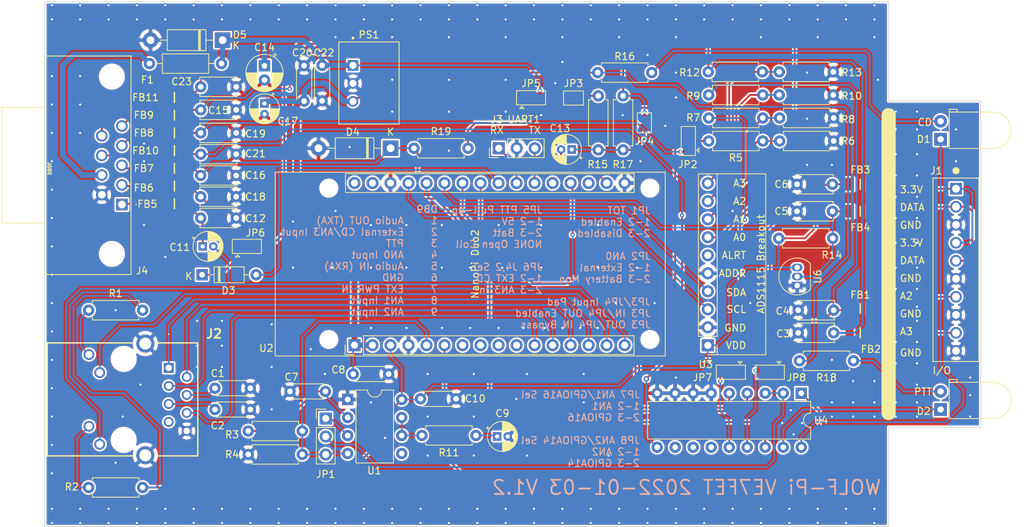
<source format=kicad_pcb>
(kicad_pcb (version 20211014) (generator pcbnew)
  (layers (0 "F.Cu" signal) (31 "B.Cu" signal) (34 "B.Paste" user) (35 "F.Paste" user) (36 "B.SilkS" user "B.Silkscreen") (37 "F.SilkS" user "F.Silkscreen") (38 "B.Mask" user) (39 "F.Mask" user) (44 "Edge.Cuts" user))
  (net 0 "")
  (net 1 "GND")
  (net 2 "Net-(C1-Pad2)")
  (net 3 "Net-(C2-Pad1)")
  (net 4 "+5V")
  (net 5 "+3V3")
  (net 6 "/TXA")
  (net 7 "Net-(C9-Pad1)")
  (net 8 "/AN3")
  (net 9 "/RXA")
  (net 10 "+BATT")
  (net 11 "Net-(D1-Pad1)")
  (net 12 "Net-(D1-Pad2)")
  (net 13 "Net-(D2-Pad1)")
  (net 14 "Net-(D2-Pad2)")
  (net 15 "Net-(D3-Pad2)")
  (net 16 "/EXT PWR IN")
  (net 17 "/PTT")
  (net 18 "Net-(C7-Pad1)")
  (net 19 "Net-(FB3-Pad1)")
  (net 20 "Net-(C11-Pad2)")
  (net 21 "Net-(C13-Pad1)")
  (net 22 "Net-(C13-Pad2)")
  (net 23 "Net-(C18-Pad1)")
  (net 24 "/AN2")
  (net 25 "/AN0")
  (net 26 "/AN1")
  (net 27 "Net-(D3-Pad1)")
  (net 28 "Net-(FB1-Pad1)")
  (net 29 "/1-Wire")
  (net 31 "Net-(FB2-Pad1)")
  (net 32 "Net-(J3-Pad1)")
  (net 33 "Net-(J3-Pad3)")
  (net 34 "Net-(FB4-Pad1)")
  (net 35 "Net-(FB5-Pad2)")
  (net 36 "Net-(FB6-Pad2)")
  (net 37 "Net-(JP1-Pad1)")
  (net 38 "Net-(JP1-Pad2)")
  (net 39 "Net-(JP1-Pad3)")
  (net 40 "Net-(JP2-Pad2)")
  (net 41 "Net-(FB7-Pad2)")
  (net 42 "Net-(R5-Pad1)")
  (net 46 "Net-(FB8-Pad2)")
  (net 47 "Net-(FB9-Pad2)")
  (net 48 "Net-(U2-Pad11)")
  (net 50 "Net-(U2-Pad14)")
  (net 52 "Net-(U2-Pad16)")
  (net 57 "Net-(FB10-Pad1)")
  (net 58 "Net-(FB11-Pad1)")
  (net 59 "Net-(J2-Pad1)")
  (net 60 "Net-(J2-Pad2)")
  (net 61 "Net-(J2-Pad3)")
  (net 62 "Net-(J2-Pad6)")
  (net 63 "Net-(J2-Pad9)")
  (net 64 "Net-(J2-Pad10)")
  (net 65 "Net-(J2-Pad11)")
  (net 66 "Net-(J2-Pad12)")
  (net 67 "Net-(JP3-Pad2)")
  (net 68 "Net-(JP5-Pad2)")
  (net 69 "Net-(R7-Pad1)")
  (net 70 "Net-(R10-Pad2)")
  (net 71 "Net-(R11-Pad1)")
  (net 72 "Net-(R12-Pad1)")
  (net 73 "Net-(U2-Pad8)")
  (net 74 "Net-(U2-Pad10)")
  (net 79 "Net-(C21-Pad1)")
  (net 80 "Net-(C23-Pad1)")
  (net 81 "Net-(JP7-Pad3)")
  (net 82 "Net-(JP8-Pad3)")
  (footprint "Package_DIP:DIP-8_W7.62mm" (layer "F.Cu") (at 92.72 132.09)
    (fp_text reference "U1")
    (fp_text value "LMC555xN")
  )
  (footprint "Resistor_THT:R_Axial_DIN0207_L6.3mm_D2.5mm_P7.62mm_Horizontal" (layer "F.Cu") (at 161.252 95.644 180)
    (fp_text reference "R6")
    (fp_text value "3.74k")
  )
  (footprint "Resistor_THT:R_Axial_DIN0207_L6.3mm_D2.5mm_P7.62mm_Horizontal" (layer "F.Cu") (at 164.046 126.632 180)
    (fp_text reference "R18")
    (fp_text value "470")
  )
  (footprint "Resistor_THT:R_Axial_DIN0207_L6.3mm_D2.5mm_P7.62mm_Horizontal" (layer "F.Cu") (at 151.252 95.644 180)
    (fp_text reference "R5")
    (fp_text value "10K")
  )
  (footprint "VE7FET:BEADC3216X130N" (layer "F.Cu") (at 68.288 102 180)
    (fp_text reference "FB6")
    (fp_text value "MH3261-601Y" hide)
  )
  (footprint "Capacitor_THT:C_Disc_D4.3mm_W1.9mm_P5.00mm" (layer "F.Cu") (at 103 132)
    (fp_text reference "C10")
    (fp_text value "0.1uF")
  )
  (footprint "Resistor_THT:R_Axial_DIN0207_L6.3mm_D2.5mm_P7.62mm_Horizontal" (layer "F.Cu") (at 131.56 89.272 -90)
    (fp_text reference "R17")
    (fp_text value "470k")
  )
  (footprint "Resistor_THT:R_Axial_DIN0207_L6.3mm_D2.5mm_P7.62mm_Horizontal" (layer "F.Cu") (at 161.192 85.894 180)
    (fp_text reference "R13")
    (fp_text value "NP")
  )
  (footprint "Capacitor_THT:C_Disc_D5.0mm_W2.5mm_P5.00mm" (layer "F.Cu") (at 161.085 105.55 180)
    (fp_text reference "C5")
    (fp_text value "47pF")
  )
  (footprint "Resistor_THT:R_Axial_DIN0207_L6.3mm_D2.5mm_P7.62mm_Horizontal" (layer "F.Cu") (at 151.252 89.144 180)
    (fp_text reference "R9")
    (fp_text value "NP")
  )
  (footprint "Capacitor_THT:C_Disc_D5.0mm_W2.5mm_P5.00mm" (layer "F.Cu") (at 161.25 122.695 180)
    (fp_text reference "C3")
    (fp_text value "47pF")
  )
  (footprint "VE7FET:ADS1115 Breakout" (layer "F.Cu") (at 143.505 124.455 180)
    (fp_text reference "U3")
    (fp_text value "ADS1115-Breakout")
  )
  (footprint "VE7FET:BEADC3216X130N" (layer "F.Cu") (at 68.288 99.5 180)
    (fp_text reference "FB7")
    (fp_text value "MH3261-601Y" hide)
  )
  (footprint "Capacitor_THT:CP_Radial_D5.0mm_P2.00mm" (layer "F.Cu") (at 80.988 85.036888 -90)
    (fp_text reference "C20")
    (fp_text value "1uF")
  )
  (footprint "Resistor_THT:R_Axial_DIN0207_L6.3mm_D2.5mm_P10.16mm_Horizontal" (layer "F.Cu") (at 74.93 84.722 180)
    (fp_text reference "F1")
    (fp_text value "1A")
  )
  (footprint "VE7FET:CONV_R-78E5.0-1.0" (layer "F.Cu") (at 95.72 87.516 -90)
    (fp_text reference "PS1")
    (fp_text value "R-78E5.0-1.0")
  )
  (footprint "Resistor_THT:R_Axial_DIN0207_L6.3mm_D2.5mm_P7.62mm_Horizontal" (layer "F.Cu") (at 135.598 85.992 180)
    (fp_text reference "R16")
    (fp_text value "470")
  )
  (footprint "Resistor_THT:R_Axial_DIN0207_L6.3mm_D2.5mm_P7.62mm_Horizontal" (layer "F.Cu") (at 151.192 85.894 180)
    (fp_text reference "R12")
    (fp_text value "NP")
  )
  (footprint "VE7FET:TE_1-282834-0" (layer "F.Cu") (at 178.5 102.3725 -90)
    (fp_text reference "J1")
    (fp_text value "I/O")
  )
  (footprint "LED_THT:LED_D5.0mm_Horizontal_O1.27mm_Z3.0mm" (layer "F.Cu") (at 176.335 95.395 90)
    (fp_text reference "D1")
    (fp_text value "CD")
  )
  (footprint "Resistor_THT:R_Axial_DIN0207_L6.3mm_D2.5mm_P7.62mm_Horizontal" (layer "F.Cu") (at 161.125 109.36 180)
    (fp_text reference "R14")
    (fp_text value "4.7k")
  )
  (footprint "VE7FET:BEADC3216X130N" (layer "F.Cu") (at 68.288 92 180)
    (fp_text reference "FB9")
    (fp_text value "MH3261-601Y" hide)
  )
  (footprint "VE7FET:NanoPi_Duo2_Foot" (layer "F.Cu") (at 93.68 124.43 90)
    (fp_text reference "U2")
    (fp_text value "NanoPi_Duo2")
  )
  (footprint "Resistor_THT:R_Axial_DIN0207_L6.3mm_D2.5mm_P7.62mm_Horizontal" (layer "F.Cu") (at 56.19 144.5)
    (fp_text reference "R2")
    (fp_text value "330")
  )
  (footprint "Capacitor_THT:C_Disc_D4.3mm_W1.9mm_P5.00mm" (layer "F.Cu") (at 79 130.5 180)
    (fp_text reference "C1")
    (fp_text value "0.1uF")
  )
  (footprint "Capacitor_THT:C_Disc_D4.3mm_W1.9mm_P5.00mm" (layer "F.Cu") (at 93.5 128.5)
    (fp_text reference "C8")
    (fp_text value "0.1uF")
  )
  (footprint "Capacitor_THT:C_Disc_D5.0mm_W2.5mm_P5.00mm" (layer "F.Cu") (at 72 106.5)
    (fp_text reference "C12")
    (fp_text value "47pF")
  )
  (footprint "Resistor_THT:R_Axial_DIN0207_L6.3mm_D2.5mm_P7.62mm_Horizontal" (layer "F.Cu") (at 151.252 92.394 180)
    (fp_text reference "R7")
    (fp_text value "NP")
  )
  (footprint "Connector_PinHeader_2.54mm:PinHeader_1x03_P2.54mm_Vertical" (layer "F.Cu") (at 89.624 134.775)
    (fp_text reference "JP1")
    (fp_text value "TOT Select")
  )
  (footprint "Resistor_THT:R_Axial_DIN0207_L6.3mm_D2.5mm_P7.62mm_Horizontal" (layer "F.Cu") (at 103.19 137.16)
    (fp_text reference "R11")
    (fp_text value "1M")
  )
  (footprint "Capacitor_THT:C_Disc_D4.3mm_W1.9mm_P5.00mm" (layer "F.Cu") (at 89.584 130.95 180)
    (fp_text reference "C7")
    (fp_text value "0.1uF")
  )
  (footprint "Diode_THT:D_DO-41_SOD81_P10.16mm_Horizontal" (layer "F.Cu") (at 75.08 81.42 180)
    (fp_text reference "D5")
    (fp_text value "1N4001")
  )
  (footprint "VE7FET:ARJM11A3009ABER2T" (layer "F.Cu") (at 67.485 127.635 -90)
    (fp_text reference "J2")
    (fp_text value "ARJM11A3-009-AB-ER2-T" hide)
  )
  (footprint "Jumper:SolderJumper-2_P1.3mm_Open_Pad1.0x1.5mm" (layer "F.Cu") (at 134.56 93.082 90)
    (fp_text reference "JP4")
    (fp_text value "Pad Bypass")
  )
  (footprint "Capacitor_THT:CP_Radial_D4.0mm_P1.50mm" (layer "F.Cu") (at 124.31 96.832 180)
    (fp_text reference "C13")
    (fp_text value "10uF")
  )
  (footprint "Capacitor_THT:C_Disc_D5.0mm_W2.5mm_P5.00mm" (layer "F.Cu") (at 161.25 119.5 180)
    (fp_text reference "C4")
    (fp_text value "47pF")
  )
  (footprint "Jumper:SolderJumper-3_P1.3mm_Bridged12_Pad1.0x1.5mm" (layer "F.Cu") (at 146.75 128.25 180)
    (fp_text reference "JP7")
    (fp_text value "AN1/GPIOA16 SEL")
  )
  (footprint "Jumper:SolderJumper-3_P1.3mm_Bridged12_Pad1.0x1.5mm" (layer "F.Cu") (at 78.5 110.5)
    (fp_text reference "JP6")
    (fp_text value "COS/A3 SEL")
  )
  (footprint "VE7FET:BEADC3216X130N" (layer "F.Cu") (at 68.288 104.5 180)
    (fp_text reference "FB5")
    (fp_text value "MH3261-601Y" hide)
  )
  (footprint "Resistor_THT:R_Axial_DIN0207_L6.3mm_D2.5mm_P7.62mm_Horizontal" (layer "F.Cu") (at 128.06 89.272 -90)
    (fp_text reference "R15")
    (fp_text value "68k")
  )
  (footprint "Diode_THT:D_DO-41_SOD81_P10.16mm_Horizontal" (layer "F.Cu") (at 98.768 96.66 180)
    (fp_text reference "D4")
    (fp_text value "1N4001")
  )
  (footprint "VE7FET:BEADC3216X130N" (layer "F.Cu") (at 68.288 94.5 180)
    (fp_text reference "FB8")
    (fp_text value "MH3261-601Y" hide)
  )
  (footprint "Resistor_THT:R_Axial_DIN0207_L6.3mm_D2.5mm_P7.62mm_Horizontal" (layer "F.Cu") (at 161.192 89.144 180)
    (fp_text reference "R10")
    (fp_text value "NP")
  )
  (footprint "Capacitor_THT:CP_Radial_D4.0mm_P1.50mm" (layer "F.Cu") (at 72.277401 110.5)
    (fp_text reference "C11")
    (fp_text value "10uF")
  )
  (footprint "Resistor_THT:R_Axial_DIN0207_L6.3mm_D2.5mm_P7.62mm_Horizontal" (layer "F.Cu") (at 86.322 136.538 180)
    (fp_text reference "R3")
    (fp_text value "10k")
  )
  (footprint "VE7FET:BEADC3216X130N" (layer "F.Cu") (at 68.288 97)
    (fp_text reference "FB10")
    (fp_text value "MH3261-601Y" hide)
  )
  (footprint "Capacitor_THT:C_Disc_D4.3mm_W1.9mm_P5.00mm" (layer "F.Cu") (at 89.116 84.976 -90)
    (fp_text reference "C22")
    (fp_text value "0.1uF")
  )
  (footprint "Capacitor_THT:C_Disc_D5.0mm_W2.5mm_P5.00mm" (layer "F.Cu") (at 72 94.5)
    (fp_text reference "C19")
    (fp_text value "47pF")
  )
  (footprint "Diode_THT:D_DO-35_SOD27_P7.62mm_Horizontal" (layer "F.Cu") (at 72.19 114.5)
    (fp_text reference "D3")
    (fp_text value "1N914")
  )
  (footprint "Capacitor_THT:C_Disc_D5.0mm_W2.5mm_P5.00mm" (layer "F.Cu") (at 161.085 101.74 180)
    (fp_text reference "C6")
    (fp_text value "47pF")
  )
  (footprint "Resistor_THT:R_Axial_DIN0207_L6.3mm_D2.5mm_P7.62mm_Horizontal" (layer "F.Cu") (at 78.702 139.84)
    (fp_text reference "R4")
    (fp_text value "100k")
  )
  (footprint "Capacitor_THT:C_Disc_D5.0mm_W2.5mm_P5.00mm" (layer "F.Cu") (at 72 91.25)
    (fp_text reference "C15")
    (fp_text value "47pF")
  )
  (footprint "Capacitor_THT:C_Disc_D5.0mm_W2.5mm_P5.00mm" (layer "F.Cu") (at 72 88)
    (fp_text reference "C23")
    (fp_text value "47pF")
  )
  (footprint "Jumper:SolderJumper-3_P1.3mm_Bridged12_Pad1.0x1.5mm" (layer "F.Cu") (at 140.752 95.644 90)
    (fp_text reference "JP2")
    (fp_text value "EXT/BATT SEL")
  )
  (footprint "LED_THT:LED_D5.0mm_Horizontal_O1.27mm_Z3.0mm" (layer "F.Cu") (at 176.335 133.495 90)
    (fp_text reference "D2")
    (fp_text value "PTT")
  )
  (footprint "Capacitor_THT:C_Disc_D5.0mm_W2.5mm_P5.00mm" (layer "F.Cu") (at 72 97.5)
    (fp_text reference "C21")
    (fp_text value "47pF")
  )
  (footprint "Resistor_THT:R_Axial_DIN0207_L6.3mm_D2.5mm_P7.62mm_Horizontal" (layer "F.Cu") (at 56.19 119.5)
    (fp_text reference "R1")
    (fp_text value "330")
  )
  (footprint "Connector_PinHeader_2.54mm:PinHeader_1x03_P2.54mm_Vertical" (layer "F.Cu") (at 114.023 96.66 90)
    (fp_text reference "J3")
    (fp_text value "UART1")
  )
  (footprint "Package_TO_SOT_THT:TO-92_Inline" (layer "F.Cu") (at 156.11 116.02 90)
    (fp_text reference "U6")
    (fp_text value "DS18S20")
  )
  (footprint "Capacitor_THT:C_Disc_D5.0mm_W2.5mm_P5.00mm" (layer "F.Cu") (at 72 100.5)
    (fp_text reference "C16")
    (fp_text value "47pF")
  )
  (footprint "VE7FET:BEADC3216X130N" (layer "F.Cu") (at 165 119.25 180)
    (fp_text reference "FB1")
    (fp_text value "MH3261-601Y" hide)
  )
  (footprint "Capacitor_THT:C_Disc_D4.3mm_W1.9mm_P5.00mm" (layer "F.Cu") (at 86.576 90.016 90)
    (fp_text reference "C14")
    (fp_text value "0.1uF")
  )
  (footprint "VE7FET:BEADC3216X130N" (layer "F.Cu") (at 68.288 89.5)
    (fp_text reference "FB11")
    (fp_text value "MH3261-601Y" hide)
  )
  (footprint "VE7FET:BEADC3216X130N" (layer "F.Cu") (at 165 101.74 180)
    (fp_text reference "FB3")
    (fp_text value "MH3261-601Y" hide)
  )
  (footprint "Jumper:SolderJumper-3_P1.3mm_Open_Pad1.0x1.5mm" (layer "F.Cu") (at 118.58 89.548)
    (fp_text reference "JP5")
    (fp_text value "Pullup")
  )
  (footprint "VE7FET:TE_2311765-1" (layer "F.Cu") (at 60.8875 104.6 -90)
    (fp_text reference "J4")
    (fp_text value "DB9F")
  )
  (footprint "Capacitor_THT:CP_Radial_D4.0mm_P1.50mm" (layer "F.Cu") (at 80.988 90.349401 -90)
    (fp_text reference "C17")
    (fp_text value "10uF")
  )
  (footprint "Capacitor_THT:C_Disc_D4.3mm_W1.9mm_P5.00mm" (layer "F.Cu") (at 74 133.5)
    (fp_text reference "C2")
    (fp_text value "0.1uF")
  )
  (footprint "Capacitor_THT:C_Disc_D5.0mm_W2.5mm_P5.00mm" (layer "F.Cu") (at 72 103.5)
    (fp_text reference "C18")
    (fp_text value "47pF")
  )
  (footprint "VE7FET:BEADC3216X130N" (layer "F.Cu") (at 165 105.55 180)
    (fp_text reference "FB4")
    (fp_text value "MH3261-601Y" hide)
  )
  (footprint "Jumper:SolderJumper-2_P1.3mm_Bridged_Pad1.0x1.5mm" (layer "F.Cu") (at 124.56 89.582)
    (fp_text reference "JP3")
    (fp_text value "Pad Bypass")
  )
  (footprint "Resistor_THT:R_Axial_DIN0207_L6.3mm_D2.5mm_P7.62mm_Horizontal" (layer "F.Cu") (at 102.07 96.66)
    (fp_text reference "R19")
    (fp_text value "10k")
  )
  (footprint "VE7FET:BEADC3216X130N" (layer "F.Cu") (at 165 122.695 180)
    (fp_text reference "FB2")
    (fp_text value "MH3261-601Y" hide)
  )
  (footprint "Capacitor_THT:CP_Radial_D4.0mm_P1.50mm" (layer "F.Cu") (at 113.793401 137.3)
    (fp_text reference "C9")
    (fp_text value "10uF")
  )
  (footprint "Jumper:SolderJumper-3_P1.3mm_Bridged12_Pad1.0x1.5mm" (layer "F.Cu") (at 152.25 128.25 180)
    (fp_text reference "JP8")
    (fp_text value "AN2/GPIOA14 SEL")
  )
  (footprint "Resistor_THT:R_Axial_DIN0207_L6.3mm_D2.5mm_P7.62mm_Horizontal" (layer "F.Cu") (at 161.252 92.394 180)
    (fp_text reference "R8")
    (fp_text value "NP")
  )
  (footprint "Package_DIP:DIP-18_W7.62mm" (layer "F.Cu") (at 156.68 131.204 -90)
    (fp_text reference "U4")
    (fp_text value "ULN2803A")
  )
  (gr_line locked (start 169 92) (end 169 134) (layer "F.SilkS") (width 2))
  (gr_line (start 182 90) (end 182 136) (layer "Edge.Cuts") (width 0.1))
  (gr_line (start 169 90) (end 182 90) (layer "Edge.Cuts") (width 0.1))
  (gr_line (start 169 90) (end 169 76) (layer "Edge.Cuts") (width 0.1))
  (gr_line (start 169 150) (end 169 136) (layer "Edge.Cuts") (width 0.1))
  (gr_line (start 182 136) (end 169 136) (layer "Edge.Cuts") (width 0.1))
  (gr_line (start 169 76) (end 50 76) (layer "Edge.Cuts") (width 0.1))
  (gr_line (start 50 76) (end 50 150) (layer "Edge.Cuts") (width 0.1))
  (gr_line (start 50 150) (end 169 150) (layer "Edge.Cuts") (width 0.1))
  (gr_text "WOLF-Pi VE7FET 2022-01-03 V1.2" (at 140.5 144.5) (layer "B.SilkS") (effects (font (size 2 2) (thickness 0.254)) (justify mirror)))
  (gr_text "JP5 PTT Pull-up\n1-2 5V\n2-3 Batt\nNONE Open Coll\n\nJP6 J4,2 Sel\n1-2 EXT CD\n2-3 AN3 In" (at 120.25 111) (layer "B.SilkS") (effects (font (size 1 1)) (justify left mirror)))
  (gr_text "JP1 TOT\n1-2 Enabled\n2-3 Disabled\n\nJP2 AN0\n1-2 External\n2-3 Battery Mon\n\nJP3/JP4 Input Pad\nJP3 IN/JP4 OUT Enabled\nJP3 OUT/JP4 IN Bypass" (at 135.5 113.5) (layer "B.SilkS") (effects (font (size 1 1)) (justify left mirror)))
  (gr_text "JP7 AN1/GPIOA16 Sel\n1-2 AN1\n2-3 GPIOA16\n\nJP8 AN2/GPIOA14 Sel\n1-2 AN2\n2-3 GPIOA14" (at 134 136.25) (layer "B.SilkS") (effects (font (size 1 1)) (justify left mirror)))
  (gr_text "DB9\n1     Audio OUT (TXA)\n2     External CD/AN3 Input\n3     PTT\n4     AN0 Input\n5     Audio IN (RXA)\n6     GND\n7     EXT PWR IN\n8     AN1 Input\n9     AN2 Input" (at 105.5 112.5) (layer "B.SilkS") (effects (font (size 1 1)) (justify left mirror)))
  (gr_text "UART1" (at 117.564 92.596) (layer "F.SilkS") (effects (font (size 1 1))))
  (gr_text "3.3V" (at 170.5 110) (layer "F.SilkS") (effects (font (size 1 1)) (justify left)))
  (gr_text "A2" (at 171.5 117.5) (layer "F.SilkS") (effects (font (size 1 1))))
  (gr_text "GND" (at 170.5 115) (layer "F.SilkS") (effects (font (size 1 1)) (justify left)))
  (gr_text "DATA" (at 170.5 105) (layer "F.SilkS") (effects (font (size 1 1)) (justify left)))
  (gr_text "A3" (at 171.5 122.5) (layer "F.SilkS") (effects (font (size 1 1))))
  (gr_text "GND" (at 170.5 120) (layer "F.SilkS") (effects (font (size 1 1)) (justify left)))
  (gr_text "RX" (at 113.754 94.12) (layer "F.SilkS") (effects (font (size 1 1))))
  (gr_text "PTT" (at 172.5 131) (layer "F.SilkS") (effects (font (size 1 1)) (justify left)))
  (gr_text "ADS1115 Breakout" (at 151 113 90) (layer "F.SilkS") (effects (font (size 1 1))))
  (gr_text "GND" (at 170.5 125.5) (layer "F.SilkS") (effects (font (size 1 1)) (justify left)))
  (gr_text "GND" (at 170.5 107.5) (layer "F.SilkS") (effects (font (size 1 1)) (justify left)))
  (gr_text "DATA" (at 170.5 112.5) (layer "F.SilkS") (effects (font (size 1 1)) (justify left)))
  (gr_text "CD" (at 173 93) (layer "F.SilkS") (effects (font (size 1 1)) (justify left)))
  (gr_text "TX" (at 119.088 94.12) (layer "F.SilkS") (effects (font (size 1 1))))
  (gr_text "3.3V" (at 170.5 102.5) (layer "F.SilkS") (effects (font (size 1 1)) (justify left)))
  (via (at 139 76.5) (size 0.6) (drill 0.3) (layers "F.Cu" "B.Cu") (net 1))
  (via (at 103 147.5) (size 0.6) (drill 0.3) (layers "F.Cu" "B.Cu") (net 1))
  (via (at 51 102.5) (size 0.6) (drill 0.3) (layers "F.Cu" "B.Cu") (net 1))
  (via (at 61 134.5) (size 0.6) (drill 0.3) (layers "F.Cu" "B.Cu") (net 1))
  (via (at 167 81) (size 0.6) (drill 0.3) (layers "F.Cu" "B.Cu") (net 1))
  (via (at 170 100.5) (size 0.6) (drill 0.3) (layers "F.Cu" "B.Cu") (net 1))
  (via (at 51 130.5) (size 0.6) (drill 0.3) (layers "F.Cu" "B.Cu") (net 1))
  (via (at 127 76.5) (size 0.6) (drill 0.3) (layers "F.Cu" "B.Cu") (net 1))
  (via (at 137.5 93.5) (size 0.6) (drill 0.3) (layers "F.Cu" "B.Cu") (net 1))
  (via (at 164 134.5) (size 0.6) (drill 0.3) (layers "F.Cu" "B.Cu") (net 1))
  (via (at 167 132.5) (size 0.6) (drill 0.3) (layers "F.Cu" "B.Cu") (net 1))
  (via (at 151 81) (size 0.6) (drill 0.3) (layers "F.Cu" "B.Cu") (net 1))
  (via (at 91 76.5) (size 0.6) (drill 0.3) (layers "F.Cu" "B.Cu") (net 1))
  (via (at 139 149.5) (size 0.6) (drill 0.3) (layers "F.Cu" "B.Cu") (net 1))
  (via (at 170 127) (size 0.6) (drill 0.3) (layers "F.Cu" "B.Cu") (net 1))
  (via (at 134 98.5) (size 0.6) (drill 0.3) (layers "F.Cu" "B.Cu") (net 1))
  (via (at 75 78.5) (size 0.6) (drill 0.3) (layers "F.Cu" "B.Cu") (net 1))
  (via (at 82 133.5) (size 0.6) (drill 0.3) (layers "F.Cu" "B.Cu") (net 1))
  (via (at 143 76.5) (size 0.6) (drill 0.3) (layers "F.Cu" "B.Cu") (net 1))
  (via (at 157.5 92.5) (size 0.6) (drill 0.3) (layers "F.Cu" "B.Cu") (net 1))
  (via (at 173 121) (size 0.6) (drill 0.3) (layers "F.Cu" "B.Cu") (net 1))
  (via (at 107 76.5) (size 0.6) (drill 0.3) (layers "F.Cu" "B.Cu") (net 1))
  (via (at 51 76.5) (size 0.6) (drill 0.3) (layers "F.Cu" "B.Cu") (net 1))
  (via (at 114 107.5) (size 0.6) (drill 0.3) (layers "F.Cu" "B.Cu") (net 1))
  (via (at 83 147.5) (size 0.6) (drill 0.3) (layers "F.Cu" "B.Cu") (net 1))
  (via (at 173 119) (size 0.6) (drill 0.3) (layers "F.Cu" "B.Cu") (net 1))
  (via (at 95 147.5) (size 0.6) (drill 0.3) (layers "F.Cu" "B.Cu") (net 1))
  (via (at 87 76.5) (size 0.6) (drill 0.3) (layers "F.Cu" "B.Cu") (net 1))
  (via (at 131 81) (size 0.6) (drill 0.3) (layers "F.Cu" "B.Cu") (net 1))
  (via (at 170 113.5) (size 0.6) (drill 0.3) (layers "F.Cu" "B.Cu") (net 1))
  (via (at 89.5 128.5) (size 0.6) (drill 0.3) (layers "F.Cu" "B.Cu") (net 1))
  (via (at 135 149.5) (size 0.6) (drill 0.3) (layers "F.Cu" "B.Cu") (net 1))
  (via (at 82 121.5) (size 0.6) (drill 0.3) (layers "F.Cu" "B.Cu") (net 1))
  (via (at 120 92) (size 0.6) (drill 0.3) (layers "F.Cu" "B.Cu") (net 1))
  (via (at 79 149.5) (size 0.6) (drill 0.3) (layers "F.Cu" "B.Cu") (net 1))
  (via (at 115 76.5) (size 0.6) (drill 0.3) (layers "F.Cu" "B.Cu") (net 1))
  (via (at 110.5 140) (size 0.6) (drill 0.3) (layers "F.Cu" "B.Cu") (net 1))
  (via (at 139 129) (size 0.6) (drill 0.3) (layers "F.Cu" "B.Cu") (net 1))
  (via (at 147 105.5) (size 0.6) (drill 0.3) (layers "F.Cu" "B.Cu") (net 1))
  (via (at 123 84.5) (size 0.6) (drill 0.3) (layers "F.Cu" "B.Cu") (net 1))
  (via (at 120.5 122) (size 0.6) (drill 0.3) (layers "F.Cu" "B.Cu") (net 1))
  (via (at 82 127.5) (size 0.6) (drill 0.3) (layers "F.Cu" "B.Cu") (net 1))
  (via (at 173 127) (size 0.6) (drill 0.3) (layers "F.Cu" "B.Cu") (net 1))
  (via (at 55 147.5) (size 0.6) (drill 0.3) (layers "F.Cu" "B.Cu") (net 1))
  (via (at 128 122) (size 0.6) (drill 0.3) (layers "F.Cu" "B.Cu") (net 1))
  (via (at 156.8 135.4) (size 0.6) (drill 0.3) (layers "F.Cu" "B.Cu") (net 1))
  (via (at 107 87) (size 0.6) (drill 0.3) (layers "F.Cu" "B.Cu") (net 1))
  (via (at 147 149.5) (size 0.6) (drill 0.3) (layers "F.Cu" "B.Cu") (net 1))
  (via (at 98 137.5) (size 0.6) (drill 0.3) (layers "F.Cu" "B.Cu") (net 1))
  (via (at 173 116.5) (size 0.6) (drill 0.3) (layers "F.Cu" "B.Cu") (net 1))
  (via (at 111 147.5) (size 0.6) (drill 0.3) (layers "F.Cu" "B.Cu") (net 1))
  (via (at 51 94.5) (size 0.6) (drill 0.3) (layers "F.Cu" "B.Cu") (net 1))
  (via (at 107 91.5) (size 0.6) (drill 0.3) (layers "F.Cu" "B.Cu") (net 1))
  (via (at 51 78.5) (size 0.6) (drill 0.3) (layers "F.Cu" "B.Cu") (net 1))
  (via (at 107 97) (size 0.6) (drill 0.3) (layers "F.Cu" "B.Cu") (net 1))
  (via (at 122 87.5) (size 0.6) (drill 0.3) (layers "F.Cu" "B.Cu") (net 1))
  (via (at 180.5 129) (size 0.6) (drill 0.3) (layers "F.Cu" "B.Cu") (net 1))
  (via (at 164 132.5) (size 0.6) (drill 0.3) (layers "F.Cu" "B.Cu") (net 1))
  (via (at 91 105.5) (size 0.6) (drill 0.3) (layers "F.Cu" "B.Cu") (net 1))
  (via (at 75 124.5) (size 0.6) (drill 0.3) (layers "F.Cu" "B.Cu") (net 1))
  (via (at 170 134.5) (size 0.6) (drill 0.3) (layers "F.Cu" "B.Cu") (net 1))
  (via (at 51 114.5) (size 0.6) (drill 0.3) (layers "F.Cu" "B.Cu") (net 1))
  (via (at 96 113.5) (size 0.6) (drill 0.3) (layers "F.Cu" "B.Cu") (net 1))
  (via (at 170 106.5) (size 0.6) (drill 0.3) (layers "F.Cu" "B.Cu") (net 1))
  (via (at 127 78.5) (size 0.6) (drill 0.3) (layers "F.Cu" "B.Cu") (net 1))
  (via (at 139 86) (size 0.6) (drill 0.3) (layers "F.Cu" "B.Cu") (net 1))
  (via (at 157.5 99) (size 0.6) (drill 0.3) (layers "F.Cu" "B.Cu") (net 1))
  (via (at 178.5 94) (size 0.6) (drill 0.3) (layers "F.Cu" "B.Cu") (net 1))
  (via (at 110 113.5) (size 0.6) (drill 0.3) (layers "F.Cu" "B.Cu") (net 1))
  (via (at 75 127.5) (size 0.6) (drill 0.3) (layers "F.Cu" "B.Cu") (net 1))
  (via (at 155 78.5) (size 0.6) (drill 0.3) (layers "F.Cu" "B.Cu") (net 1))
  (via (at 119 76.5) (size 0.6) (drill 0.3) (layers "F.Cu" "B.Cu") (net 1))
  (via (at 170 94) (size 0.6) (drill 0.3) (layers "F.Cu" "B.Cu") (net 1))
  (via (at 115 78.5) (size 0.6) (drill 0.3) (layers "F.Cu" "B.Cu") (net 1))
  (via (at 147 76.5) (size 0.6) (drill 0.3) (layers "F.Cu" "B.Cu") (net 1))
  (via (at 136 118.5) (size 0.6) (drill 0.3) (layers "F.Cu" "B.Cu") (net 1))
  (via (at 163 149.5) (size 0.6) (drill 0.3) (layers "F.Cu" "B.Cu") (net 1))
  (via (at 139 81) (size 0.6) (drill 0.3) (layers "F.Cu" "B.Cu") (net 1))
  (via (at 161 99) (size 0.6) (drill 0.3) (layers "F.Cu" "B.Cu") (net 1))
  (via (at 163 147.5) (size 0.6) (drill 0.3) (layers "F.Cu" "B.Cu") (net 1))
  (via (at 159 78.5) (size 0.6) (drill 0.3) (layers "F.Cu" "B.Cu") (net 1))
  (via (at 87 147.5) (size 0.6) (drill 0.3) (layers "F.Cu" "B.Cu") (net 1))
  (via (at 101 122) (size 0.6) (drill 0.3) (layers "F.Cu" "B.Cu") (net 1))
  (via (at 51 118.5) (size 0.6) (drill 0.3) (layers "F.Cu" "B.Cu") (net 1))
  (via (at 139 78.5) (size 0.6) (drill 0.3) (layers "F.Cu" "B.Cu") (net 1))
  (via (at 155 149.5) (size 0.6) (drill 0.3) (layers "F.Cu" "B.Cu") (net 1))
  (via (at 85 107) (size 0.6) (drill 0.3) (layers "F.Cu" "B.Cu") (net 1))
  (via (at 67 78.5) (size 0.6) (drill 0.3) (layers "F.Cu" "B.Cu") (net 1))
  (via (at 128 113.5) (size 0.6) (drill 0.3) (layers "F.Cu" "B.Cu") (net 1))
  (via (at 63.5 130) (size 0.6) (drill 0.3) (layers "F.Cu" "B.Cu") (net 1))
  (via (at 126 132.5) (size 0.6) (drill 0.3) (layers "F.Cu" "B.Cu") (net 1))
  (via (at 131 78.5) (size 0.6) (drill 0.3) (layers "F.Cu" "B.Cu") (net 1))
  (via (at 170 97.5) (size 0.6) (drill 0.3) (layers "F.Cu" "B.Cu") (net 1))
  (via (at 151 76.5) (size 0.6) (drill 0.3) (layers "F.Cu" "B.Cu") (net 1))
  (via (at 173 132.5) (size 0.6) (drill 0.3) (layers "F.Cu" "B.Cu") (net 1))
  (via (at 167 147.5) (size 0.6) (drill 0.3) (layers "F.Cu" "B.Cu") (net 1))
  (via (at 173 110) (size 0.6) (drill 0.3) (layers "F.Cu" "B.Cu") (net 1))
  (via (at 63 76.5) (size 0.6) (drill 0.3) (layers "F.Cu" "B.Cu") (net 1))
  (via (at 63 147.5) (size 0.6) (drill 0.3) (layers "F.Cu" "B.Cu") (net 1))
  (via (at 151 78.5) (size 0.6) (drill 0.3) (layers "F.Cu" "B.Cu") (net 1))
  (via (at 154 135.4) (size 0.6) (drill 0.3) (layers "F.Cu" "B.Cu") (net 1))
  (via (at 101 107.5) (size 0.6) (drill 0.3) (layers "F.Cu" "B.Cu") (net 1))
  (via (at 167 76.5) (size 0.6) (drill 0.3) (layers "F.Cu" "B.Cu") (net 1))
  (via (at 123 147.5) (size 0.6) (drill 0.3) (layers "F.Cu" "B.Cu") (net 1))
  (via (at 64 96) (size 0.6) (drill 0.3) (layers "F.Cu" "B.Cu") (net 1))
  (via (at 107 149.5) (size 0.6) (drill 0.3) (layers "F.Cu" "B.Cu") (net 1))
  (via (at 83 149.5) (size 0.6) (drill 0.3) (layers "F.Cu" "B.Cu") (net 1))
  (via (at 129.5 140) (size 0.6) (drill 0.3) (layers "F.Cu" "B.Cu") (net 1))
  (via (at 87.5 125) (size 0.6) (drill 0.3) (layers "F.Cu" "B.Cu") (net 1))
  (via (at 170 124) (size 0.6) (drill 0.3) (layers "F.Cu" "B.Cu") (net 1))
  (via (at 155 147.5) (size 0.6) (drill 0.3) (layers "F.Cu" "B.Cu") (net 1))
  (via (at 133.5 113.5) (size 0.6) (drill 0.3) (layers "F.Cu" "B.Cu") (net 1))
  (via (at 99 76.5) (size 0.6) (drill 0.3) (layers "F.Cu" "B.Cu") (net 1))
  (via (at 123 122) (size 0.6) (drill 0.3) (layers "F.Cu" "B.Cu") (net 1))
  (via (at 131 149.5) (size 0.6) (drill 0.3) (layers "F.Cu" "B.Cu") (net 1))
  (via (at 161 132.5) (size 0.6) (drill 0.3) (layers "F.Cu" "B.Cu") (net 1))
  (via (at 99 147.5) (size 0.6) (drill 0.3) (layers "F.Cu" "B.Cu") (net 1))
  (via (at 159 81) (size 0.6) (drill 0.3) (layers "F.Cu" "B.Cu") (net 1))
  (via (at 104 134.5) (size 0.6) (drill 0.3) (layers "F.Cu" "B.Cu") (net 1))
  (via (at 135 78.5) (size 0.6) (drill 0.3) (layers "F.Cu" "B.Cu") (net 1))
  (via (at 87 78.5) (size 0.6) (drill 0.3) (layers "F.Cu" "B.Cu") (net 1))
  (via (at 130.5 118.5) (size 0.6) (drill 0.3) (layers "F.Cu" "B.Cu") (net 1))
  (via (at 99 81) (size 0.6) (drill 0.3) (layers "F.Cu" "B.Cu") (net 1))
  (via (at 67 149.5) (size 0.6) (drill 0.3) (layers "F.Cu" "B.Cu") (net 1))
  (via (at 63 78.5) (size 0.6) (drill 0.3) (layers "F.Cu" "B.Cu") (net 1))
  (via (at 135 83.5) (size 0.6) (drill 0.3) (layers "F.Cu" "B.Cu") (net 1))
  (via (at 170 91.5) (size 0.6) (drill 0.3) (layers "F.Cu" "B.Cu") (net 1))
  (via (at 59 78.5) (size 0.6) (drill 0.3) (layers "F.Cu" "B.Cu") (net 1))
  (via (at 123 81) (size 0.6) (drill 0.3) (layers "F.Cu" "B.Cu") (net 1))
  (via (at 110 122) (size 0.6) (drill 0.3) (layers "F.Cu" "B.Cu") (net 1))
  (via (at 135 147.5) (size 0.6) (drill 0.3) (layers "F.Cu" "B.Cu") (net 1))
  (via (at 99 87) (size 0.6) (drill 0.3) (layers "F.Cu" "B.Cu") (net 1))
  (via (at 99 91.5) (size 0.6) (drill 0.3) (layers "F.Cu" "B.Cu") (net 1))
  (via (at 111 149.5) (size 0.6) (drill 0.3) (layers "F.Cu" "B.Cu") (net 1))
  (via (at 173 103.5) (size 0.6) (drill 0.3) (layers "F.Cu" "B.Cu") (net 1))
  (via (at 167 149.5) (size 0.6) (drill 0.3) (layers "F.Cu" "B.Cu") (net 1))
  (via (at 170 110) (size 0.6) (drill 0.3) (layers "F.Cu" "B.Cu") (net 1))
  (via (at 123 76.5) (size 0.6) (drill 0.3) (layers "F.Cu" "B.Cu") (net 1))
  (via (at 91 78.5) (size 0.6) (drill 0.3) (layers "F.Cu" "B.Cu") (net 1))
  (via (at 151 147.5) (size 0.6) (drill 0.3) (layers "F.Cu" "B.Cu") (net 1))
  (via (at 173 94) (size 0.6) (drill 0.3) (layers "F.Cu" "B.Cu") (net 1))
  (via (at 115 87) (size 0.6) (drill 0.3) (layers "F.Cu" "B.Cu") (net 1))
  (via (at 106 107.5) (size 0.6) (drill 0.3) (layers "F.Cu" "B.Cu") (net 1))
  (via (at 106 113.5) (size 0.6) (drill 0.3) (layers "F.Cu" "B.Cu") (net 1))
  (via (at 161 129.5) (size 0.6) (drill 0.3) (layers "F.Cu" "B.Cu") (net 1))
  (via (at 139 147.5) (size 0.6) (drill 0.3) (layers "F.Cu" "B.Cu") (net 1))
  (via (at 161 134.5) (size 0.6) (drill 0.3) (layers "F.Cu" "B.Cu") (net 1))
  (via (at 161 126.5) (size 0.6) (drill 0.3) (layers "F.Cu" "B.Cu") (net 1))
  (via (at 116.5 132) (size 0.6) (drill 0.3) (layers "F.Cu" "B.Cu") (net 1))
  (via (at 170 103.5) (size 0.6) (drill 0.3) (layers "F.Cu" "B.Cu") (net 1))
  (via (at 51 122.5) (size 0.6) (drill 0.3) (layers "F.Cu" "B.Cu") (net 1))
  (via (at 103 76.5) (size 0.6) (drill 0.3) (layers "F.Cu" "B.Cu") (net 1))
  (via (at 155.6 137) (size 0.6) (drill 0.3) (layers "F.Cu" "B.Cu") (net 1))
  (via (at 79 147.5) (size 0.6) (drill 0.3) (layers "F.Cu" "B.Cu") (net 1))
  (via (at 117.5 122) (size 0.6) (drill 0.3) (layers "F.Cu" "B.Cu") (net 1))
  (via (at 178.5 98.5) (size 0.6) (drill 0.3) (layers "F.Cu" "B.Cu") (net 1))
  (via (at 128 107.5) (size 0.6) (drill 0.3) (layers "F.Cu" "B.Cu") (net 1))
  (via (at 173 113.5) (size 0.6) (drill 0.3) (layers "F.Cu" "B.Cu") (net 1))
  (via (at 95 76.5) (size 0.6) (drill 0.3) (layers "F.Cu" "B.Cu") (net 1))
  (via (at 157.5 86) (size 0.6) (drill 0.3) (layers "F.Cu" "B.Cu") (net 1))
  (via (at 180.5 131.5) (size 0.6) (drill 0.3) (layers "F.Cu" "B.Cu") (net 1))
  (via (at 107 147.5) (size 0.6) (drill 0.3) (layers "F.Cu" "B.Cu") (net 1))
  (via (at 83 78.5) (size 0.6) (drill 0.3) (layers "F.Cu" "B.Cu") (net 1))
  (via (at 87 149.5) (size 0.6) (drill 0.3) (layers "F.Cu" "B.Cu") (net 1))
  (via (at 143 147.5) (size 0.6) (drill 0.3) (layers "F.Cu" "B.Cu") (net 1))
  (via (at 127 149.5) (size 0.6) (drill 0.3) (layers "F.Cu" "B.Cu") (net 1))
  (via (at 93 96.5) (size 0.6) (drill 0.3) (layers "F.Cu" "B.Cu") (net 1))
  (via (at 111 76.5) (size 0.6) (drill 0.3) (layers "F.Cu" "B.Cu") (net 1))
  (via (at 115 147.5) (size 0.6) (drill 0.3) (layers "F.Cu" "B.Cu") (net 1))
  (via (at 131.5 92) (size 0.6) (drill 0.3) (layers "F.Cu" "B.Cu") (net 1))
  (via (at 155 76.5) (size 0.6) (drill 0.3) (layers "F.Cu" "B.Cu") (net 1))
  (via (at 67 112) (size 0.6) (drill 0.3) (layers "F.Cu" "B.Cu") (net 1))
  (via (at 63 149.5) (size 0.6) (drill 0.3) (layers "F.Cu" "B.Cu") (net 1))
  (via (at 59 76.5) (size 0.6) (drill 0.3) (layers "F.Cu" "B.Cu") (net 1))
  (via (at 96 107.5) (size 0.6) (drill 0.3) (layers "F.Cu" "B.Cu") (net 1))
  (via (at 67 147.5) (size 0.6) (drill 0.3) (layers "F.Cu" "B.Cu") (net 1))
  (via (at 71 147.5) (size 0.6) (drill 0.3) (layers "F.Cu" "B.Cu") (net 1))
  (via (at 51 110.5) (size 0.6) (drill 0.3) (layers "F.Cu" "B.Cu") (net 1))
  (via (at 114.5 113.5) (size 0.6) (drill 0.3) (layers "F.Cu" "B.Cu") (net 1))
  (via (at 51 149.5) (size 0.6) (drill 0.3) (layers "F.Cu" "B.Cu") (net 1))
  (via (at 123 149.5) (size 0.6) (drill 0.3) (layers "F.Cu" "B.Cu") (net 1))
  (via (at 103 78.5) (size 0.6) (drill 0.3) (layers "F.Cu" "B.Cu") (net 1))
  (via (at 159 147.5) (size 0.6) (drill 0.3) (layers "F.Cu" "B.Cu") (net 1))
  (via (at 131 76.5) (size 0.6) (drill 0.3) (layers "F.Cu" "B.Cu") (net 1))
  (via (at 99 78.5) (size 0.6) (drill 0.3) (layers "F.Cu" "B.Cu") (net 1))
  (via (at 51 90.5) (size 0.6) (drill 0.3) (layers "F.Cu" "B.Cu") (net 1))
  (via (at 71 78.5) (size 0.6) (drill 0.3) (layers "F.Cu" "B.Cu") (net 1))
  (via (at 114 122) (size 0.6) (drill 0.3) (layers "F.Cu" "B.Cu") (net 1))
  (via (at 71.5 121) (size 0.6) (drill 0.3) (layers "F.Cu" "B.Cu") (net 1))
  (via (at 167 129.5) (size 0.6) (drill 0.3) (layers "F.Cu" "B.Cu") (net 1))
  (via (at 147 78.5) (size 0.6) (drill 0.3) (layers "F.Cu" "B.Cu") (net 1))
  (via (at 167.5 87) (size 0.6) (drill 0.3) (layers "F.Cu" "B.Cu") (net 1))
  (via (at 135 76.5) (size 0.6) (drill 0.3) (layers "F.Cu" "B.Cu") (net 1))
  (via (at 118 128.5) (size 0.6) (drill 0.3) (layers "F.Cu" "B.Cu") (net 1))
  (via (at 59 147.5) (size 0.6) (drill 0.3) (layers "F.Cu" "B.Cu") (net 1))
  (via (at 120 113.5) (size 0.6) (drill 0.3) (layers "F.Cu" "B.Cu") (net 1))
  (via (at 75 149.5) (size 0.6) (drill 0.3) (layers "F.Cu" "B.Cu") (net 1))
  (via (at 60 141) (size 0.6) (drill 0.3) (layers "F.Cu" "B.Cu") (net 1))
  (via (at 85 113.5) (size 0.6) (drill 0.3) (layers "F.Cu" "B.Cu") (net 1))
  (via (at 143 78.5) (size 0.6) (drill 0.3) (layers "F.Cu" "B.Cu") (net 1))
  (via (at 90.5 113.5) (size 0.6) (drill 0.3) (layers "F.Cu" "B.Cu") (net 1))
  (via (at 96 122) (size 0.6) (drill 0.3) (layers "F.Cu" "B.Cu") (net 1))
  (via (at 104 140) (size 0.6) (drill 0.3) (layers "F.Cu" "B.Cu") (net 1))
  (via (at 110.5 134.5) (size 0.6) (drill 0.3) (layers "F.Cu" "B.Cu") (net 1))
  (via (at 51 98.5) (size 0.6) (drill 0.3) (layers "F.Cu" "B.Cu") (net 1))
  (via (at 71 149.5) (size 0.6) (drill 0.3) (layers "F.Cu" "B.Cu") (net 1))
  (via (at 125.5 122) (size 0.6) (drill 0.3) (layers "F.Cu" "B.Cu") (net 1))
  (via (at 55 149.5) (size 0.6) (drill 0.3) (layers "F.Cu" "B.Cu") (net 1))
  (via (at 115 91.5) (size 0.6) (drill 0.3) (layers "F.Cu" "B.Cu") (net 1))
  (via (at 173 106.5) (size 0.6) (drill 0.3) (layers "F.Cu" "B.Cu") (net 1))
  (via (at 51 86.5) (size 0.6) (drill 0.3) (layers "F.Cu" "B.Cu") (net 1))
  (via (at 75 76.5) (size 0.6) (drill 0.3) (layers "F.Cu" "B.Cu") (net 1))
  (via (at 119 149.5) (size 0.6) (drill 0.3) (layers "F.Cu" "B.Cu") (net 1))
  (via (at 99 149.5) (size 0.6) (drill 0.3) (layers "F.Cu" "B.Cu") (net 1))
  (via (at 95 149.5) (size 0.6) (drill 0.3) (layers "F.Cu" "B.Cu") (net 1))
  (via (at 91 149.5) (size 0.6) (drill 0.3) (layers "F.Cu" "B.Cu") (net 1))
  (via (at 155.2 133.6) (size 0.6) (drill 0.3) (layers "F.Cu" "B.Cu") (net 1))
  (via (at 139 89.5) (size 0.6) (drill 0.3) (layers "F.Cu" "B.Cu") (net 1))
  (via (at 51 147.5) (size 0.6) (drill 0.3) (layers "F.Cu" "B.Cu") (net 1))
  (via (at 91 147.5) (size 0.6) (drill 0.3) (layers "F.Cu" "B.Cu") (net 1))
  (via (at 51 126.5) (size 0.6) (drill 0.3) (layers "F.Cu" "B.Cu") (net 1))
  (via (at 71.5 124.5) (size 0.6) (drill 0.3) (layers "F.Cu" "B.Cu") (net 1))
  (via (at 75 147.5) (size 0.6) (drill 0.3) (layers "F.Cu" "B.Cu") (net 1))
  (via (at 103 149.5) (size 0.6) (drill 0.3) (layers "F.Cu" "B.Cu") (net 1))
  (via (at 119 78.5) (size 0.6) (drill 0.3) (layers "F.Cu" "B.Cu") (net 1))
  (via (at 75 121) (size 0.6) (drill 0.3) (layers "F.Cu" "B.Cu") (net 1))
  (via (at 96 132.5) (size 0.6) (drill 0.3) (layers "F.Cu" "B.Cu") (net 1))
  (via (at 111 78.5) (size 0.6) (drill 0.3) (layers "F.Cu" "B.Cu") (net 1))
  (via (at 159 149.5) (size 0.6) (drill 0.3) (layers "F.Cu" "B.Cu") (net 1))
  (via (at 55 94.5) (size 0.6) (drill 0.3) (layers "F.Cu" "B.Cu") (net 1))
  (via (at 55 86.5) (size 0.6) (drill 0.3) (layers "F.Cu" "B.Cu") (net 1))
  (via (at 115 149.5) (size 0.6) (drill 0.3) (layers "F.Cu" "B.Cu") (net 1))
  (via (at 59 149.5) (size 0.6) (drill 0.3) (layers "F.Cu" "B.Cu") (net 1))
  (via (at 64 98.5) (size 0.6) (drill 0.3) (layers "F.Cu" "B.Cu") (net 1))
  (via (at 123 78.5) (size 0.6) (drill 0.3) (layers "F.Cu" "B.Cu") (net 1))
  (via (at 107 81) (size 0.6) (drill 0.3) (layers "F.Cu" "B.Cu") (net 1))
  (via (at 107 78.5) (size 0.6) (drill 0.3) (layers "F.Cu" "B.Cu") (net 1))
  (via (at 164 129.5) (size 0.6) (drill 0.3) (layers "F.Cu" "B.Cu") (net 1))
  (via (at 149.5 118.5) (size 0.6) (drill 0.3) (layers "F.Cu" "B.Cu") (net 1))
  (via (at 55 76.5) (size 0.6) (drill 0.3) (layers "F.Cu" "B.Cu") (net 1))
  (via (at 55 78.5) (size 0.6) (drill 0.3) (layers "F.Cu" "B.Cu") (net 1))
  (via (at 163 78.5) (size 0.6) (drill 0.3) (layers "F.Cu" "B.Cu") (net 1))
  (via (at 79 78.5) (size 0.6) (drill 0.3) (layers "F.Cu" "B.Cu") (net 1))
  (via (at 126 128.5) (size 0.6) (drill 0.3) (layers "F.Cu" "B.Cu") (net 1))
  (via (at 83 76.5) (size 0.6) (drill 0.3) (layers "F.Cu" "B.Cu") (net 1))
  (via (at 151 149.5) (size 0.6) (drill 0.3) (layers "F.Cu" "B.Cu") (net 1))
  (via (at 71 76.5) (size 0.6) (drill 0.3) (layers "F.Cu" "B.Cu") (net 1))
  (via (at 71.5 127.5) (size 0.6) (drill 0.3) (layers "F.Cu" "B.Cu") (net 1))
  (via (at 67 76.5) (size 0.6) (drill 0.3) (layers "F.Cu" "B.Cu") (net 1))
  (via (at 143 149.5) (size 0.6) (drill 0.3) (layers "F.Cu" "B.Cu") (net 1))
  (via (at 173 130) (size 0.6) (drill 0.3) (layers "F.Cu" "B.Cu") (net 1))
  (via (at 101 113.5) (size 0.6) (drill 0.3) (layers "F.Cu" "B.Cu") (net 1))
  (via (at 104 128.5) (size 0.6) (drill 0.3) (layers "F.Cu" "B.Cu") (net 1))
  (via (at 173 100.5) (size 0.6) (drill 0.3) (layers "F.Cu" "B.Cu") (net 1))
  (via (at 95 78.5) (size 0.6) (drill 0.3) (layers "F.Cu" "B.Cu") (net 1))
  (via (at 180.5 134.5) (size 0.6) (drill 0.3) (layers "F.Cu" "B.Cu") (net 1))
  (via (at 173 134.5) (size 0.6) (drill 0.3) (layers "F.Cu" "B.Cu") (net 1))
  (via (at 167 134.5) (size 0.6) (drill 0.3) (layers "F.Cu" "B.Cu") (net 1))
  (via (at 131 147.5) (size 0.6) (drill 0.3) (layers "F.Cu" "B.Cu") (net 1))
  (via (at 55 90.5) (size 0.6) (drill 0.3) (layers "F.Cu" "B.Cu") (net 1))
  (via (at 119 147.5) (size 0.6) (drill 0.3) (layers "F.Cu" "B.Cu") (net 1))
  (via (at 64 107.5) (size 0.6) (drill 0.3) (layers "F.Cu" "B.Cu") (net 1))
  (via (at 147 147.5) (size 0.6) (drill 0.3) (layers "F.Cu" "B.Cu") (net 1))
  (via (at 173 91.5) (size 0.6) (drill 0.3) (layers "F.Cu" "B.Cu") (net 1))
  (via (at 115 81) (size 0.6) (drill 0.3) (layers "F.Cu" "B.Cu") (net 1))
  (via (at 51 134.5) (size 0.6) (drill 0.3) (layers "F.Cu" "B.Cu") (net 1))
  (via (at 79 76.5) (size 0.6) (drill 0.3) (layers "F.Cu" "B.Cu") (net 1))
  (via (at 163 76.5) (size 0.6) (drill 0.3) (layers "F.Cu" "B.Cu") (net 1))
  (via (at 51 138.5) (size 0.6) (drill 0.3) (layers "F.Cu" "B.Cu") (net 1))
  (via (at 170 132.5) (size 0.6) (drill 0.3) (layers "F.Cu" "B.Cu") (net 1))
  (via (at 159 76.5) (size 0.6) (drill 0.3) (layers "F.Cu" "B.Cu") (net 1))
  (via (at 170 116.5) (size 0.6) (drill 0.3) (layers "F.Cu" "B.Cu") (net 1))
  (via (at 106 122) (size 0.6) (drill 0.3) (layers "F.Cu" "B.Cu") (net 1))
  (via (at 51 142.5) (size 0.6) (drill 0.3) (layers "F.Cu" "B.Cu") (net 1))
  (via (at 91 81) (size 0.6) (drill 0.3) (layers "F.Cu" "B.Cu") (net 1))
  (via (at 120 107.5) (size 0.6) (drill 0.3) (layers "F.Cu" "B.Cu") (net 1))
  (via (at 173 97.5) (size 0.6) (drill 0.3) (layers "F.Cu" "B.Cu") (net 1))
  (via (at 60 119.5) (size 0.6) (drill 0.3) (layers "F.Cu" "B.Cu") (net 1))
  (via (at 127 147.5) (size 0.6) (drill 0.3) (layers "F.Cu" "B.Cu") (net 1))
  (via (at 110.5 128.5) (size 0.6) (drill 0.3) (layers "F.Cu" "B.Cu") (net 1))
  (via (at 173 124) (size 0.6) (drill 0.3) (layers "F.Cu" "B.Cu") (net 1))
  (via (at 118 140) (size 0.6) (drill 0.3) (layers "F.Cu" "B.Cu") (net 1))
  (via (at 51 106.5) (size 0.6) (drill 0.3) (layers "F.Cu" "B.Cu") (net 1))
  (via (at 167 78.5) (size 0.6) (drill 0.3) (layers "F.Cu" "B.Cu") (net 1))
  (segment (start 70.025 131.445) (end 73.055 131.445) (width 0.254) (layer "B.Cu") (net 2))
  (segment (start 73.055 131.445) (end 74 130.5) (width 0.254) (layer "B.Cu") (net 2))
  (segment (start 67.485 132.715) (end 73.215 132.715) (width 0.254) (layer "B.Cu") (net 3))
  (segment (start 73.215 132.715) (end 74 133.5) (width 0.254) (layer "B.Cu") (net 3))
  (segment (start 86.108 90.016) (end 86.576 90.016) (width 0.8128) (layer "F.Cu") (net 4))
  (segment (start 118.58 85.992) (end 117.28 87.292) (width 0.254) (layer "F.Cu") (net 4))
  (segment (start 93.47 90.056) (end 93.978 89.548) (width 0.254) (layer "F.Cu") (net 4))
  (segment (start 85.56 90.564) (end 86.108 90.016) (width 0.8128) (layer "F.Cu") (net 4))
  (segment (start 127.978 85.992) (end 118.58 85.992) (width 0.254) (layer "F.Cu") (net 4))
  (segment (start 93.68 111.892) (end 85.56 103.772) (width 0.8128) (layer "F.Cu") (net 4))
  (segment (start 117.28 87.292) (end 117.28 89.548) (width 0.254) (layer "F.Cu") (net 4))
  (segment (start 85.56 103.772) (end 85.56 90.564) (width 0.8128) (layer "F.Cu") (net 4))
  (segment (start 93.978 89.548) (end 117.28 89.548) (width 0.254) (layer "F.Cu") (net 4))
  (segment (start 93.68 124.43) (end 93.68 111.892) (width 0.8128) (layer "F.Cu") (net 4))
  (segment (start 89.624 87.516) (end 87.592 87.516) (width 0.8128) (layer "B.Cu") (net 4))
  (segment (start 162.776 90.818) (end 142.202 90.818) (width 0.254) (layer "B.Cu") (net 4))
  (segment (start 158.5 125.75) (end 158.5 116.5) (width 0.254) (layer "B.Cu") (net 4))
  (segment (start 158.5 116.5) (end 159.408 115.592) (width 0.254) (layer "B.Cu") (net 4))
  (segment (start 93.47 90.056) (end 92.164 90.056) (width 0.8128) (layer "B.Cu") (net 4))
  (segment (start 81.321401 90.016) (end 80.988 90.349401) (width 0.8128) (layer "B.Cu") (net 4))
  (segment (start 93.5 124.61) (end 93.68 124.43) (width 0.254) (layer "B.Cu") (net 4))
  (segment (start 156.426 126.632) (end 157.618 126.632) (width 0.254) (layer "B.Cu") (net 4))
  (segment (start 87.592 87.516) (end 86.576 88.532) (width 0.8128) (layer "B.Cu") (net 4))
  (segment (start 157.618 126.632) (end 158.5 125.75) (width 0.254) (layer "B.Cu") (net 4))
  (segment (start 142.202 90.818) (end 139.154 87.77) (width 0.254) (layer "B.Cu") (net 4))
  (segment (start 163.284 111.9) (end 163.284 91.326) (width 0.254) (layer "B.Cu") (net 4))
  (segment (start 131.788 85.992) (end 133.566 87.77) (width 0.254) (layer "B.Cu") (net 4))
  (segment (start 127.978 85.992) (end 131.788 85.992) (width 0.254) (layer "B.Cu") (net 4))
  (segment (start 86.576 88.532) (end 86.576 90.016) (width 0.8128) (layer "B.Cu") (net 4))
  (segment (start 93.5 128.5) (end 93.5 124.61) (width 0.254) (layer "B.Cu") (net 4))
  (segment (start 159.408 115.592) (end 159.592 115.592) (width 0.254) (layer "B.Cu") (net 4))
  (segment (start 92.164 90.056) (end 89.624 87.516) (width 0.8128) (layer "B.Cu") (net 4))
  (segment (start 159.592 115.592) (end 163.284 111.9) (width 0.254) (layer "B.Cu") (net 4))
  (segment (start 86.576 90.016) (end 81.321401 90.016) (width 0.8128) (layer "B.Cu") (net 4))
  (segment (start 163.284 91.326) (end 162.776 90.818) (width 0.254) (layer "B.Cu") (net 4))
  (segment (start 139.154 87.77) (end 133.566 87.77) (width 0.254) (layer "B.Cu") (net 4))
  (segment (start 96.22 124.43) (end 93.68 124.43) (width 0.8128) (layer "B.Cu") (net 4))
  (segment (start 153.505 109.36) (end 157.11 109.36) (width 0.254) (layer "F.Cu") (net 5))
  (segment (start 158.712 107.836) (end 158.712 103.264) (width 0.254) (layer "F.Cu") (net 5))
  (segment (start 63.81 144.5) (end 90.806 144.5) (width 0.254) (layer "F.Cu") (net 5))
  (segment (start 96.228 139.078) (end 96.228 136.202) (width 0.254) (layer "F.Cu") (net 5))
  (segment (start 160.236 101.74) (end 161.085 101.74) (width 0.254) (layer "F.Cu") (net 5))
  (segment (start 158.712 103.264) (end 160.236 101.74) (width 0.254) (layer "F.Cu") (net 5))
  (segment (start 90.806 144.5) (end 96.228 139.078) (width 0.254) (layer "F.Cu") (net 5))
  (segment (start 157.188 109.36) (end 158.712 107.836) (width 0.254) (layer "F.Cu") (net 5))
  (segment (start 157.11 109.36) (end 157.188 109.36) (width 0.254) (layer "F.Cu") (net 5))
  (segment (start 163.5 101.74) (end 161.085 101.74) (width 0.254) (layer "F.Cu") (net 5))
  (segment (start 96.228 136.202) (end 100.34 132.09) (width 0.254) (layer "F.Cu") (net 5))
  (segment (start 131.026 130.188) (end 133.566 127.648) (width 0.254) (layer "B.Cu") (net 5))
  (segment (start 56.604 131.204) (end 54.064 128.664) (width 0.254) (layer "B.Cu") (net 5))
  (segment (start 123.152 130.188) (end 131.026 130.188) (width 0.254) (layer "B.Cu") (net 5))
  (segment (start 100.34 132.09) (end 102.91 132.09) (width 0.254) (layer "B.Cu") (net 5))
  (segment (start 61.176 131.204) (end 56.604 131.204) (width 0.254) (layer "B.Cu") (net 5))
  (segment (start 61.798 117.488) (end 63.81 119.5) (width 0.254) (layer "B.Cu") (net 5))
  (segment (start 65.66 144.5) (end 66.256 143.904) (width 0.254) (layer "B.Cu") (net 5))
  (segment (start 103 132) (end 104.812 130.188) (width 0.254) (layer "B.Cu") (net 5))
  (segment (start 153.27 113.48) (end 149.02 113.48) (width 0.254) (layer "B.Cu") (net 5))
  (segment (start 156.11 113.48) (end 153.27 113.48) (width 0.254) (layer "B.Cu") (net 5))
  (segment (start 54.064 128.664) (end 54.064 119.012) (width 0.254) (layer "B.Cu") (net 5))
  (segment (start 143.505 126.599) (end 143.505 124.455) (width 0.254) (layer "B.Cu") (net 5))
  (segment (start 153.27 113.48) (end 153.505 113.245) (width 0.254) (layer "B.Cu") (net 5))
  (segment (start 100.34 127.59) (end 98.76 126.01) (width 0.254) (layer "B.Cu") (net 5))
  (segment (start 102.91 132.09) (end 103 132) (width 0.254) (layer "B.Cu") (net 5))
  (segment (start 146.5 116) (end 146.5 122.75) (width 0.254) (layer "B.Cu") (net 5))
  (segment (start 66.256 136.284) (end 61.176 131.204) (width 0.254) (layer "B.Cu") (net 5))
  (segment (start 146.5 122.75) (end 144.795 124.455) (width 0.254) (layer "B.Cu") (net 5))
  (segment (start 66.256 141.872) (end 66.256 136.284) (width 0.254) (layer "B.Cu") (net 5))
  (segment (start 98.76 126.01) (end 98.76 124.43) (width 0.254) (layer "B.Cu") (net 5))
  (segment (start 54.064 119.012) (end 55.588 117.488) (width 0.254) (layer "B.Cu") (net 5))
  (segment (start 149.02 113.48) (end 146.5 116) (width 0.254) (layer "B.Cu") (net 5))
  (segment (start 144.795 124.455) (end 143.505 124.455) (width 0.254) (layer "B.Cu") (net 5))
  (segment (start 63.81 144.5) (end 65.66 144.5) (width 0.254) (layer "B.Cu") (net 5))
  (segment (start 55.588 117.488) (end 61.798 117.488) (width 0.254) (layer "B.Cu") (net 5))
  (segment (start 142.456 127.648) (end 143.505 126.599) (width 0.254) (layer "B.Cu") (net 5))
  (segment (start 104.812 130.188) (end 123.152 130.188) (width 0.254) (layer "B.Cu") (net 5))
  (segment (start 133.566 127.648) (end 142.456 127.648) (width 0.254) (layer "B.Cu") (net 5))
  (segment (start 66.256 143.904) (end 66.256 141.872) (width 0.254) (layer "B.Cu") (net 5))
  (segment (start 153.505 113.245) (end 153.505 109.36) (width 0.254) (layer "B.Cu") (net 5))
  (segment (start 100.34 132.09) (end 100.34 127.59) (width 0.254) (layer "B.Cu") (net 5))
  (segment (start 70 104.5) (end 69.788 104.5) (width 0.254) (layer "F.Cu") (net 6))
  (segment (start 72 106.5) (end 70 104.5) (width 0.254) (layer "F.Cu") (net 6))
  (segment (start 72.277401 110.5) (end 72.277401 106.777401) (width 0.254) (layer "F.Cu") (net 6))
  (segment (start 110.81 137.16) (end 113.653401 137.16) (width 0.254) (layer "B.Cu") (net 7))
  (segment (start 113.653401 137.16) (end 113.793401 137.3) (width 0.254) (layer "B.Cu") (net 7))
  (segment (start 83.782 83.96) (end 83.782 108.598) (width 0.254) (layer "F.Cu") (net 8))
  (segment (start 85.814 81.928) (end 83.782 83.96) (width 0.254) (layer "F.Cu") (net 8))
  (segment (start 143.572 85.894) (end 143.572 82.282) (width 0.254) (layer "F.Cu") (net 8))
  (segment (start 83.782 108.598) (end 81.88 110.5) (width 0.254) (layer "F.Cu") (net 8))
  (segment (start 163.5 122.695) (end 161.25 122.695) (width 0.254) (layer "F.Cu") (net 8))
  (segment (start 143.218 81.928) (end 85.814 81.928) (width 0.254) (layer "F.Cu") (net 8))
  (segment (start 81.88 110.5) (end 79.8 110.5) (width 0.254) (layer "F.Cu") (net 8))
  (segment (start 143.572 82.282) (end 143.218 81.928) (width 0.254) (layer "F.Cu") (net 8))
  (segment (start 165.316 121.552) (end 165.316 85.992) (width 0.254) (layer "B.Cu") (net 8))
  (segment (start 165.316 85.992) (end 163.792 84.468) (width 0.254) (layer "B.Cu") (net 8))
  (segment (start 163.792 84.468) (end 144.998 84.468) (width 0.254) (layer "B.Cu") (net 8))
  (segment (start 161.25 122.695) (end 164.173 122.695) (width 0.254) (layer "B.Cu") (net 8))
  (segment (start 144.998 84.468) (end 143.572 85.894) (width 0.254) (layer "B.Cu") (net 8))
  (segment (start 164.173 122.695) (end 165.316 121.552) (width 0.254) (layer "B.Cu") (net 8))
  (segment (start 131.026 83.198) (end 86.068 83.198) (width 0.254) (layer "F.Cu") (net 9))
  (segment (start 131.56 89.272) (end 131.56 83.732) (width 0.254) (layer "F.Cu") (net 9))
  (segment (start 72 91.25) (end 70.538 91.25) (width 0.254) (layer "F.Cu") (net 9))
  (segment (start 86.068 83.198) (end 84.544 84.722) (width 0.254) (layer "F.Cu") (net 9))
  (segment (start 134.582 91.58) (end 134.582 92.41) (width 0.254) (layer "F.Cu") (net 9))
  (segment (start 70.538 91.25) (end 69.788 92) (width 0.254) (layer "F.Cu") (net 9))
  (segment (start 134.582 92.41) (end 134.56 92.432) (width 0.254) (layer "F.Cu") (net 9))
  (segment (start 84.544 84.722) (end 84.544 88.278) (width 0.254) (layer "F.Cu") (net 9))
  (segment (start 131.56 83.732) (end 131.026 83.198) (width 0.254) (layer "F.Cu") (net 9))
  (via (at 134.582 91.58) (size 0.6) (drill 0.3) (layers "F.Cu" "B.Cu") (net 9))
  (via (at 84.544 88.278) (size 0.6) (drill 0.3) (layers "F.Cu" "B.Cu") (net 9))
  (segment (start 131.56 89.272) (end 133.798 89.272) (width 0.254) (layer "B.Cu") (net 9))
  (segment (start 134.582 90.056) (end 134.582 91.58) (width 0.254) (layer "B.Cu") (net 9))
  (segment (start 79.464 88.278) (end 78.194 89.548) (width 0.254) (layer "B.Cu") (net 9))
  (segment (start 78.194 89.548) (end 73.702 89.548) (width 0.254) (layer "B.Cu") (net 9))
  (segment (start 133.798 89.272) (end 134.582 90.056) (width 0.254) (layer "B.Cu") (net 9))
  (segment (start 73.702 89.548) (end 72 91.25) (width 0.254) (layer "B.Cu") (net 9))
  (segment (start 84.544 88.278) (end 79.464 88.278) (width 0.254) (layer "B.Cu") (net 9))
  (segment (start 138.9 91.834) (end 138.019489 90.953489) (width 0.254) (layer "F.Cu") (net 10))
  (segment (start 139.438 94.344) (end 138.9 94.882) (width 0.254) (layer "F.Cu") (net 10))
  (segment (start 140.752 94.344) (end 139.438 94.344) (width 0.254) (layer "F.Cu") (net 10))
  (segment (start 127.334511 90.953489) (end 126.708 91.58) (width 0.254) (layer "F.Cu") (net 10))
  (segment (start 138.9 125.108) (end 138.9 94.882) (width 0.254) (layer "F.Cu") (net 10))
  (segment (start 138.9 94.882) (end 138.9 91.834) (width 0.254) (layer "F.Cu") (net 10))
  (segment (start 119.85 89.518) (end 119.88 89.548) (width 0.254) (layer "F.Cu") (net 10))
  (segment (start 126.708 91.58) (end 121.912 91.58) (width 0.254) (layer "F.Cu") (net 10))
  (segment (start 134.836 129.172) (end 138.9 125.108) (width 0.254) (layer "F.Cu") (net 10))
  (segment (start 138.019489 90.953489) (end 127.334511 90.953489) (width 0.254) (layer "F.Cu") (net 10))
  (segment (start 119.85 88.532) (end 119.85 89.518) (width 0.254) (layer "F.Cu") (net 10))
  (segment (start 121.912 91.58) (end 119.88 89.548) (width 0.254) (layer "F.Cu") (net 10))
  (via (at 134.836 129.172) (size 0.8) (drill 0.4) (layers "F.Cu" "B.Cu") (net 10))
  (via (at 119.85 88.532) (size 0.6) (drill 0.3) (layers "F.Cu" "B.Cu") (net 10))
  (segment (start 80.988 81.674) (end 81.242 81.42) (width 0.76) (layer "B.Cu") (net 10))
  (segment (start 134.836 129.172) (end 134.836 137.3) (width 0.254) (layer "B.Cu") (net 10))
  (segment (start 89.116 84.976) (end 93.47 84.976) (width 0.76) (layer "B.Cu") (net 10))
  (segment (start 109.944 84.976) (end 118.072 84.976) (width 0.254) (layer "B.Cu") (net 10))
  (segment (start 80.988 85.036888) (end 80.988 81.674) (width 0.76) (layer "B.Cu") (net 10))
  (segment (start 135.05 137.514) (end 136.36 138.824) (width 0.254) (layer "B.Cu") (net 10))
  (segment (start 81.242 81.42) (end 75.08 81.42) (width 0.76) (layer "B.Cu") (net 10))
  (segment (start 75.08 81.42) (end 75.08 84.572) (width 0.76) (layer "B.Cu") (net 10))
  (segment (start 89.116 84.976) (end 89.116 83.96) (width 0.76) (layer "B.Cu") (net 10))
  (segment (start 118.072 84.976) (end 119.85 86.754) (width 0.254) (layer "B.Cu") (net 10))
  (segment (start 75.08 84.572) (end 74.93 84.722) (width 0.76) (layer "B.Cu") (net 10))
  (segment (start 86.576 81.42) (end 81.242 81.42) (width 0.76) (layer "B.Cu") (net 10))
  (segment (start 93.47 84.976) (end 109.944 84.976) (width 0.254) (layer "B.Cu") (net 10))
  (segment (start 89.116 83.96) (end 86.576 81.42) (width 0.76) (layer "B.Cu") (net 10))
  (segment (start 134.836 137.3) (end 135.05 137.514) (width 0.254) (layer "B.Cu") (net 10))
  (segment (start 119.85 86.754) (end 119.85 88.532) (width 0.254) (layer "B.Cu") (net 10))
  (segment (start 176.335 95.395) (end 176.335 127.491) (width 0.254) (layer "B.Cu") (net 11))
  (segment (start 179.54 130.696) (end 179.54 132.743022) (width 0.254) (layer "B.Cu") (net 11))
  (segment (start 156.68 137.3) (end 156.68 138.824) (width 0.254) (layer "B.Cu") (net 11))
  (segment (start 179.54 132.743022) (end 177.015022 135.268) (width 0.254) (layer "B.Cu") (net 11))
  (segment (start 177.015022 135.268) (end 158.712 135.268) (width 0.254) (layer "B.Cu") (net 11))
  (segment (start 176.335 127.491) (end 179.54 130.696) (width 0.254) (layer "B.Cu") (net 11))
  (segment (start 158.712 135.268) (end 156.68 137.3) (width 0.254) (layer "B.Cu") (net 11))
  (segment (start 165.824 82.944) (end 138.9 82.944) (width 0.254) (layer "B.Cu") (net 12))
  (segment (start 166.332 90.564) (end 166.332 83.452) (width 0.254) (layer "B.Cu") (net 12))
  (segment (start 176.335 92.855) (end 168.623 92.855) (width 0.254) (layer "B.Cu") (net 12))
  (segment (start 138.646 82.944) (end 138.9 82.944) (width 0.254) (layer "B.Cu") (net 12))
  (segment (start 168.623 92.855) (end 166.332 90.564) (width 0.254) (layer "B.Cu") (net 12))
  (segment (start 135.598 85.992) (end 138.646 82.944) (width 0.254) (layer "B.Cu") (net 12))
  (segment (start 166.332 83.452) (end 165.824 82.944) (width 0.254) (layer "B.Cu") (net 12))
  (segment (start 176.335 133.495) (end 156.929 133.495) (width 0.254) (layer "B.Cu") (net 13))
  (segment (start 156.929 133.495) (end 154.14 136.284) (width 0.254) (layer "B.Cu") (net 13))
  (segment (start 154.14 136.284) (end 154.14 138.824) (width 0.254) (layer "B.Cu") (net 13))
  (segment (start 171.163 130.955) (end 166.84 126.632) (width 0.254) (layer "B.Cu") (net 14))
  (segment (start 166.84 126.632) (end 164.046 126.632) (width 0.254) (layer "B.Cu") (net 14))
  (segment (start 176.335 130.955) (end 171.163 130.955) (width 0.254) (layer "B.Cu") (net 14))
  (segment (start 81.944 114.5) (end 83.02 113.424) (width 0.254) (layer "B.Cu") (net 15))
  (segment (start 83.02 99.708) (end 112.138 99.708) (width 0.254) (layer "B.Cu") (net 15))
  (segment (start 112.138 99.708) (end 114 101.57) (width 0.254) (layer "B.Cu") (net 15))
  (segment (start 79.81 114.5) (end 81.944 114.5) (width 0.254) (layer "B.Cu") (net 15))
  (segment (start 83.02 113.424) (end 83.02 99.708) (width 0.254) (layer "B.Cu") (net 15))
  (segment (start 60.668 83.452) (end 54.064 83.452) (width 0.8128) (layer "B.Cu") (net 16))
  (segment (start 55.309 100.445) (end 58.0475 100.445) (width 0.8128) (layer "B.Cu") (net 16))
  (segment (start 54.064 83.452) (end 52.54 84.976) (width 0.8128) (layer "B.Cu") (net 16))
  (segment (start 63.5 83.452) (end 60.668 83.452) (width 0.76) (layer "B.Cu") (net 16))
  (segment (start 52.54 97.676) (end 55.309 100.445) (width 0.8128) (layer "B.Cu") (net 16))
  (segment (start 64.77 84.722) (end 63.5 83.452) (width 0.76) (layer "B.Cu") (net 16))
  (segment (start 52.54 84.976) (end 52.54 97.676) (width 0.8128) (layer "B.Cu") (net 16))
  (segment (start 117.31 135.268) (end 112.738 130.696) (width 0.254) (layer "F.Cu") (net 17))
  (segment (start 105.118 103.772) (end 102.832 103.772) (width 0.254) (layer "F.Cu") (net 17))
  (segment (start 70.908 99.5) (end 69.788 99.5) (width 0.254) (layer "F.Cu") (net 17))
  (segment (start 151.6 138.824) (end 151.6 136.792) (width 0.254) (layer "F.Cu") (net 17))
  (segment (start 151.6 136.792) (end 150.076 135.268) (width 0.254) (layer "F.Cu") (net 17))
  (segment (start 102.578 103.518) (end 102.578 97.168) (width 0.254) (layer "F.Cu") (net 17))
  (segment (start 102.578 97.168) (end 102.07 96.66) (width 0.254) (layer "F.Cu") (net 17))
  (segment (start 102.832 103.772) (end 102.578 103.518) (width 0.254) (layer "F.Cu") (net 17))
  (segment (start 112.738 130.696) (end 112.738 111.392) (width 0.254) (layer "F.Cu") (net 17))
  (segment (start 112.738 111.392) (end 105.118 103.772) (width 0.254) (layer "F.Cu") (net 17))
  (segment (start 72 100.5) (end 70.954 99.454) (width 0.254) (layer "F.Cu") (net 17))
  (segment (start 150.076 135.268) (end 117.31 135.268) (width 0.254) (layer "F.Cu") (net 17))
  (segment (start 70.954 99.454) (end 70.908 99.5) (width 0.254) (layer "F.Cu") (net 17))
  (segment (start 73.808 98.692) (end 96.736 98.692) (width 0.254) (layer "B.Cu") (net 17))
  (segment (start 96.736 98.692) (end 98.768 96.66) (width 0.254) (layer "B.Cu") (net 17))
  (segment (start 98.768 96.66) (end 102.07 96.66) (width 0.254) (layer "B.Cu") (net 17))
  (segment (start 72 100.5) (end 73.808 98.692) (width 0.254) (layer "B.Cu") (net 17))
  (segment (start 89.584 130.95) (end 88.1 130.95) (width 0.254) (layer "F.Cu") (net 18))
  (segment (start 88.1 130.95) (end 82.512 136.538) (width 0.254) (layer "F.Cu") (net 18))
  (segment (start 82.512 136.538) (end 78.702 136.538) (width 0.254) (layer "F.Cu") (net 18))
  (segment (start 89.584 131.494) (end 89.584 130.95) (width 0.254) (layer "B.Cu") (net 18))
  (segment (start 92.72 134.63) (end 89.584 131.494) (width 0.254) (layer "B.Cu") (net 18))
  (segment (start 178.5 102.3725) (end 167.1325 102.3725) (width 0.254) (layer "F.Cu") (net 19))
  (segment (start 167.1325 102.3725) (end 166.5 101.74) (width 0.254) (layer "F.Cu") (net 19))
  (segment (start 180.81 103.01) (end 180.81 109.36) (width 0.254) (layer "B.Cu") (net 19))
  (segment (start 180.81 109.36) (end 180.1775 109.9925) (width 0.254) (layer "B.Cu") (net 19))
  (segment (start 178.5 102.3725) (end 180.1725 102.3725) (width 0.254) (layer "B.Cu") (net 19))
  (segment (start 180.1775 109.9925) (end 178.5 109.9925) (width 0.254) (layer "B.Cu") (net 19))
  (segment (start 180.1725 102.3725) (end 180.81 103.01) (width 0.254) (layer "B.Cu") (net 19))
  (segment (start 124.422 108.852) (end 124.422 101.832) (width 0.254) (layer "F.Cu") (net 20))
  (segment (start 124.422 101.832) (end 124.16 101.57) (width 0.254) (layer "F.Cu") (net 20))
  (via (at 124.422 108.852) (size 0.6) (drill 0.3) (layers "F.Cu" "B.Cu") (net 20))
  (segment (start 124.422 114.821) (end 124.422 108.852) (width 0.254) (layer "B.Cu") (net 20))
  (segment (start 73.777401 110.5) (end 75.908 112.630599) (width 0.254) (layer "B.Cu") (net 20))
  (segment (start 76.289 115.837) (end 123.406 115.837) (width 0.254) (layer "B.Cu") (net 20))
  (segment (start 123.406 115.837) (end 124.422 114.821) (width 0.254) (layer "B.Cu") (net 20))
  (segment (start 75.908 115.456) (end 76.289 115.837) (width 0.254) (layer "B.Cu") (net 20))
  (segment (start 75.908 112.630599) (end 75.908 115.456) (width 0.254) (layer "B.Cu") (net 20))
  (segment (start 134.56 95.412) (end 134.56 93.732) (width 0.254) (layer "F.Cu") (net 21))
  (segment (start 133.08 96.892) (end 134.56 95.412) (width 0.254) (layer "F.Cu") (net 21))
  (segment (start 131.56 96.892) (end 133.08 96.892) (width 0.254) (layer "F.Cu") (net 21))
  (segment (start 128.06 96.892) (end 131.56 96.892) (width 0.254) (layer "B.Cu") (net 21))
  (segment (start 128 96.832) (end 128.06 96.892) (width 0.254) (layer "B.Cu") (net 21))
  (segment (start 124.31 96.832) (end 128 96.832) (width 0.254) (layer "B.Cu") (net 21))
  (segment (start 129.24 101.57) (end 126.362 98.692) (width 0.254) (layer "F.Cu") (net 22))
  (segment (start 122.81 97.680528) (end 122.81 96.832) (width 0.254) (layer "F.Cu") (net 22))
  (segment (start 126.362 98.692) (end 123.821472 98.692) (width 0.254) (layer "F.Cu") (net 22))
  (segment (start 123.821472 98.692) (end 122.81 97.680528) (width 0.254) (layer "F.Cu") (net 22))
  (segment (start 72 103.5) (end 78.5 110) (width 0.254) (layer "F.Cu") (net 23))
  (segment (start 78.5 110) (end 78.5 110.5) (width 0.254) (layer "F.Cu") (net 23))
  (segment (start 72 103.5) (end 70.5 102) (width 0.254) (layer "F.Cu") (net 23))
  (segment (start 70.5 102) (end 69.788 102) (width 0.254) (layer "F.Cu") (net 23))
  (segment (start 163.25 119.5) (end 163.5 119.25) (width 0.254) (layer "F.Cu") (net 24))
  (segment (start 154.75 121) (end 153.55 122.2) (width 0.254) (layer "F.Cu") (net 24))
  (segment (start 159.75 121) (end 161.25 119.5) (width 0.254) (layer "F.Cu") (net 24))
  (segment (start 153.55 122.2) (end 153.55 128.25) (width 0.254) (layer "F.Cu") (net 24))
  (segment (start 161.25 119.5) (end 163.25 119.5) (width 0.254) (layer "F.Cu") (net 24))
  (segment (start 159.75 121) (end 154.75 121) (width 0.254) (layer "F.Cu") (net 24))
  (segment (start 145.026 87.75) (end 163.5 87.75) (width 0.254) (layer "B.Cu") (net 24))
  (segment (start 164.5 88.75) (end 164.5 113.25) (width 0.254) (layer "B.Cu") (net 24))
  (segment (start 161.25 116.5) (end 161.25 119.5) (width 0.254) (layer "B.Cu") (net 24))
  (segment (start 143.632 89.144) (end 145.026 87.75) (width 0.254) (layer "B.Cu") (net 24))
  (segment (start 164.5 113.25) (end 161.25 116.5) (width 0.254) (layer "B.Cu") (net 24))
  (segment (start 163.5 87.75) (end 164.5 88.75) (width 0.254) (layer "B.Cu") (net 24))
  (segment (start 139.662 97.168) (end 140.528 97.168) (width 0.254) (layer "F.Cu") (net 25))
  (segment (start 140.528 97.168) (end 140.752 96.944) (width 0.254) (layer "F.Cu") (net 25))
  (segment (start 72 94.5) (end 69.788 94.5) (width 0.254) (layer "F.Cu") (net 25))
  (via (at 139.662 97.168) (size 0.6) (drill 0.3) (layers "F.Cu" "B.Cu") (net 25))
  (segment (start 137.122 96.66) (end 137.63 97.168) (width 0.254) (layer "B.Cu") (net 25))
  (segment (start 133.566 93.104) (end 137.122 96.66) (width 0.254) (layer "B.Cu") (net 25))
  (segment (start 72 94.5) (end 72.86 93.64) (width 0.254) (layer "B.Cu") (net 25))
  (segment (start 137.63 97.168) (end 139.662 97.168) (width 0.254) (layer "B.Cu") (net 25))
  (segment (start 104.356 93.104) (end 131.788 93.104) (width 0.254) (layer "B.Cu") (net 25))
  (segment (start 73.396 93.104) (end 104.356 93.104) (width 0.254) (layer "B.Cu") (net 25))
  (segment (start 72.86 93.64) (end 73.396 93.104) (width 0.254) (layer "B.Cu") (net 25))
  (segment (start 131.788 93.104) (end 133.312 93.104) (width 0.254) (layer "B.Cu") (net 25))
  (segment (start 133.312 93.104) (end 133.566 93.104) (width 0.254) (layer "B.Cu") (net 25))
  (segment (start 148.75 106.75) (end 148.05 107.45) (width 0.254) (layer "F.Cu") (net 26))
  (segment (start 148.05 107.45) (end 148.05 128.25) (width 0.254) (layer "F.Cu") (net 26))
  (via (at 148.75 106.75) (size 0.6) (drill 0.3) (layers "F.Cu" "B.Cu") (net 26))
  (segment (start 148.75 93) (end 148.75 106.75) (width 0.254) (layer "B.Cu") (net 26))
  (segment (start 148.144 92.394) (end 148.75 93) (width 0.254) (layer "B.Cu") (net 26))
  (segment (start 143.632 92.394) (end 148.144 92.394) (width 0.254) (layer "B.Cu") (net 26))
  (segment (start 72.19 114.5) (end 74.832 114.5) (width 0.254) (layer "F.Cu") (net 27))
  (segment (start 77.2 112.132) (end 77.2 110.5) (width 0.254) (layer "F.Cu") (net 27))
  (segment (start 74.832 114.5) (end 77.2 112.132) (width 0.254) (layer "F.Cu") (net 27))
  (segment (start 166.5 119.25) (end 171 119.25) (width 0.254) (layer "F.Cu") (net 28))
  (segment (start 172.6375 117.6125) (end 178.5 117.6125) (width 0.254) (layer "F.Cu") (net 28))
  (segment (start 171 119.25) (end 172.6375 117.6125) (width 0.254) (layer "F.Cu") (net 28))
  (segment (start 163.5 105.55) (end 161.085 105.55) (width 0.254) (layer "F.Cu") (net 29))
  (segment (start 133.312 104.28) (end 136.883511 107.851511) (width 0.254) (layer "B.Cu") (net 29))
  (segment (start 160.982489 107.851511) (end 161.125 107.709) (width 0.254) (layer "B.Cu") (net 29))
  (segment (start 107.912 104.28) (end 133.312 104.28) (width 0.254) (layer "B.Cu") (net 29))
  (segment (start 161.125 112.125) (end 161.125 109.36) (width 0.254) (layer "B.Cu") (net 29))
  (segment (start 161.125 107.709) (end 161.125 105.59) (width 0.254) (layer "B.Cu") (net 29))
  (segment (start 106.38 101.57) (end 106.38 102.748) (width 0.254) (layer "B.Cu") (net 29))
  (segment (start 158.5 114.75) (end 161.125 112.125) (width 0.254) (layer "B.Cu") (net 29))
  (segment (start 136.883511 107.851511) (end 160.982489 107.851511) (width 0.254) (layer "B.Cu") (net 29))
  (segment (start 161.125 109.36) (end 161.125 107.709) (width 0.254) (layer "B.Cu") (net 29))
  (segment (start 156.11 114.75) (end 158.5 114.75) (width 0.254) (layer "B.Cu") (net 29))
  (segment (start 106.38 102.748) (end 107.912 104.28) (width 0.254) (layer "B.Cu") (net 29))
  (segment (start 161.125 105.59) (end 161.085 105.55) (width 0.254) (layer "B.Cu") (net 29))
  (segment (start 178.5 122.6925) (end 166.5025 122.6925) (width 0.254) (layer "F.Cu") (net 31))
  (segment (start 166.5025 122.6925) (end 166.5 122.695) (width 0.254) (layer "F.Cu") (net 31))
  (segment (start 116.54 101.57) (end 116.54 99.177) (width 0.254) (layer "F.Cu") (net 32))
  (segment (start 116.54 99.177) (end 114.023 96.66) (width 0.254) (layer "F.Cu") (net 32))
  (segment (start 119.08 101.57) (end 119.08 96.683) (width 0.254) (layer "F.Cu") (net 33))
  (segment (start 119.08 96.683) (end 119.103 96.66) (width 0.254) (layer "F.Cu") (net 33))
  (segment (start 178.5 104.9125) (end 167.1375 104.9125) (width 0.254) (layer "F.Cu") (net 34))
  (segment (start 180.81 105.55) (end 180.81 111.9) (width 0.254) (layer "F.Cu") (net 34))
  (segment (start 180.81 111.9) (end 180.1775 112.5325) (width 0.254) (layer "F.Cu") (net 34))
  (segment (start 167.1375 104.9125) (end 166.5 105.55) (width 0.254) (layer "F.Cu") (net 34))
  (segment (start 180.1775 112.5325) (end 178.5 112.5325) (width 0.254) (layer "F.Cu") (net 34))
  (segment (start 180.1725 104.9125) (end 180.81 105.55) (width 0.254) (layer "F.Cu") (net 34))
  (segment (start 178.5 104.9125) (end 180.1725 104.9125) (width 0.254) (layer "F.Cu") (net 34))
  (segment (start 60.9875 104.5) (end 66.788 104.5) (width 0.254) (layer "F.Cu") (net 35))
  (segment (start 60.8875 104.6) (end 60.9875 104.5) (width 0.254) (layer "F.Cu") (net 35))
  (segment (start 60.8875 101.83) (end 61.0575 102) (width 0.254) (layer "F.Cu") (net 36))
  (segment (start 61.0575 102) (end 66.788 102) (width 0.254) (layer "F.Cu") (net 36))
  (segment (start 90.325 134.775) (end 89.624 134.775) (width 0.254) (layer "B.Cu") (net 37))
  (segment (start 92.72 137.17) (end 90.325 134.775) (width 0.254) (layer "B.Cu") (net 37))
  (segment (start 152.87 140.602) (end 152.87 135.522) (width 0.254) (layer "B.Cu") (net 38))
  (segment (start 93.815 138.443) (end 96.99 141.618) (width 0.254) (layer "B.Cu") (net 38))
  (segment (start 89.624 137.315) (end 90.752 138.443) (width 0.254) (layer "B.Cu") (net 38))
  (segment (start 152.87 135.522) (end 154.14 134.252) (width 0.254) (layer "B.Cu") (net 38))
  (segment (start 90.752 138.443) (end 93.815 138.443) (width 0.254) (layer "B.Cu") (net 38))
  (segment (start 151.854 141.618) (end 152.87 140.602) (width 0.254) (layer "B.Cu") (net 38))
  (segment (start 96.99 141.618) (end 151.854 141.618) (width 0.254) (layer "B.Cu") (net 38))
  (segment (start 154.14 134.252) (end 154.14 131.204) (width 0.254) (layer "B.Cu") (net 38))
  (segment (start 151.6 131.204) (end 154.14 131.204) (width 0.254) (layer "B.Cu") (net 38))
  (segment (start 103.84 122.56) (end 103.84 124.43) (width 0.254) (layer "B.Cu") (net 39))
  (segment (start 89.624 139.855) (end 86.337 139.855) (width 0.254) (layer "B.Cu") (net 39))
  (segment (start 102.324 121.044) (end 103.84 122.56) (width 0.254) (layer "B.Cu") (net 39))
  (segment (start 88.608 121.044) (end 102.324 121.044) (width 0.254) (layer "B.Cu") (net 39))
  (segment (start 86.322 123.33) (end 88.608 121.044) (width 0.254) (layer "B.Cu") (net 39))
  (segment (start 89.769 139.71) (end 89.624 139.855) (width 0.254) (layer "B.Cu") (net 39))
  (segment (start 86.337 139.855) (end 86.322 139.84) (width 0.254) (layer "B.Cu") (net 39))
  (segment (start 92.72 139.71) (end 89.769 139.71) (width 0.254) (layer "B.Cu") (net 39))
  (segment (start 86.322 136.538) (end 86.322 123.33) (width 0.254) (layer "B.Cu") (net 39))
  (segment (start 86.322 139.84) (end 86.322 136.538) (width 0.254) (layer "B.Cu") (net 39))
  (segment (start 143.632 95.644) (end 140.752 95.644) (width 0.254) (layer "F.Cu") (net 40))
  (segment (start 60.8875 99.06) (end 61.3275 99.5) (width 0.254) (layer "F.Cu") (net 41))
  (segment (start 61.3275 99.5) (end 66.788 99.5) (width 0.254) (layer "F.Cu") (net 41))
  (segment (start 143.505 109.215) (end 145.141 109.215) (width 0.254) (layer "F.Cu") (net 42))
  (segment (start 150.076 96.152) (end 150.584 95.644) (width 0.254) (layer "F.Cu") (net 42))
  (segment (start 150.076 104.28) (end 150.076 96.152) (width 0.254) (layer "F.Cu") (net 42))
  (segment (start 150.584 95.644) (end 151.252 95.644) (width 0.254) (layer "F.Cu") (net 42))
  (segment (start 145.141 109.215) (end 150.076 104.28) (width 0.254) (layer "F.Cu") (net 42))
  (segment (start 151.252 95.644) (end 153.632 95.644) (width 0.254) (layer "B.Cu") (net 42))
  (segment (start 60.8875 96.29) (end 62.6775 94.5) (width 0.254) (layer "F.Cu") (net 46))
  (segment (start 62.6775 94.5) (end 66.788 94.5) (width 0.254) (layer "F.Cu") (net 46))
  (segment (start 62.4075 92) (end 66.788 92) (width 0.254) (layer "F.Cu") (net 47))
  (segment (start 60.8875 93.52) (end 62.4075 92) (width 0.254) (layer "F.Cu") (net 47))
  (segment (start 158.458 142.888) (end 159.22 142.126) (width 0.254) (layer "F.Cu") (net 48))
  (segment (start 159.22 142.126) (end 159.22 133.744) (width 0.254) (layer "F.Cu") (net 48))
  (segment (start 109.182 142.888) (end 158.458 142.888) (width 0.254) (layer "F.Cu") (net 48))
  (segment (start 106.38 140.086) (end 109.182 142.888) (width 0.254) (layer "F.Cu") (net 48))
  (segment (start 159.22 133.744) (end 156.68 131.204) (width 0.254) (layer "F.Cu") (net 48))
  (segment (start 106.38 124.43) (end 106.38 140.086) (width 0.254) (layer "F.Cu") (net 48))
  (segment (start 148.552 133.744) (end 149.06 133.236) (width 0.254) (layer "F.Cu") (net 50))
  (segment (start 108.92 101.57) (end 108.92 105.796) (width 0.254) (layer "F.Cu") (net 50))
  (segment (start 108.92 105.796) (end 118.834 115.71) (width 0.254) (layer "F.Cu") (net 50))
  (segment (start 133.312 132.861374) (end 134.194626 133.744) (width 0.254) (layer "F.Cu") (net 50))
  (segment (start 131.28 115.71) (end 133.312 117.742) (width 0.254) (layer "F.Cu") (net 50))
  (segment (start 118.834 115.71) (end 131.28 115.71) (width 0.254) (layer "F.Cu") (net 50))
  (segment (start 149.06 133.236) (end 149.06 131.204) (width 0.254) (layer "F.Cu") (net 50))
  (segment (start 133.312 117.742) (end 133.312 132.861374) (width 0.254) (layer "F.Cu") (net 50))
  (segment (start 134.194626 133.744) (end 148.552 133.744) (width 0.254) (layer "F.Cu") (net 50))
  (segment (start 133.82 116.98) (end 133.82 132.728) (width 0.254) (layer "F.Cu") (net 52))
  (segment (start 132.042 115.202) (end 133.82 116.98) (width 0.254) (layer "F.Cu") (net 52))
  (segment (start 111.46 101.57) (end 111.46 107.574) (width 0.254) (layer "F.Cu") (net 52))
  (segment (start 134.328 133.236) (end 146.266 133.236) (width 0.254) (layer "F.Cu") (net 52))
  (segment (start 146.52 132.982) (end 146.52 131.204) (width 0.254) (layer "F.Cu") (net 52))
  (segment (start 146.266 133.236) (end 146.52 132.982) (width 0.254) (layer "F.Cu") (net 52))
  (segment (start 133.82 132.728) (end 134.328 133.236) (width 0.254) (layer "F.Cu") (net 52))
  (segment (start 111.46 107.574) (end 119.088 115.202) (width 0.254) (layer "F.Cu") (net 52))
  (segment (start 119.088 115.202) (end 132.042 115.202) (width 0.254) (layer "F.Cu") (net 52))
  (segment (start 65.135 97.675) (end 58.0475 97.675) (width 0.254) (layer "F.Cu") (net 57))
  (segment (start 65.81 97) (end 65.135 97.675) (width 0.254) (layer "F.Cu") (net 57))
  (segment (start 65.81 97) (end 66.788 97) (width 0.254) (layer "F.Cu") (net 57))
  (segment (start 58.0475 90.1365) (end 58.684 89.5) (width 0.254) (layer "F.Cu") (net 58))
  (segment (start 58.684 89.5) (end 66.788 89.5) (width 0.254) (layer "F.Cu") (net 58))
  (segment (start 58.0475 94.905) (end 58.0475 90.1365) (width 0.254) (layer "F.Cu") (net 58))
  (segment (start 67.485 127.635) (end 67.485 121.593) (width 0.254) (layer "B.Cu") (net 59))
  (segment (start 126.7 121.29) (end 126.7 124.43) (width 0.254) (layer "B.Cu") (net 59))
  (segment (start 123.406 117.996) (end 126.7 121.29) (width 0.254) (layer "B.Cu") (net 59))
  (segment (start 67.485 121.593) (end 71.082 117.996) (width 0.254) (layer "B.Cu") (net 59))
  (segment (start 71.082 117.996) (end 123.406 117.996) (width 0.254) (layer "B.Cu") (net 59))
  (segment (start 72.098 118.758) (end 121.882 118.758) (width 0.254) (layer "B.Cu") (net 60))
  (segment (start 124.16 121.036) (end 124.16 124.43) (width 0.254) (layer "B.Cu") (net 60))
  (segment (start 121.882 118.758) (end 124.16 121.036) (width 0.254) (layer "B.Cu") (net 60))
  (segment (start 70.025 128.905) (end 70.025 120.831) (width 0.254) (layer "B.Cu") (net 60))
  (segment (start 70.025 120.831) (end 72.098 118.758) (width 0.254) (layer "B.Cu") (net 60))
  (segment (start 121.62 121.29) (end 121.62 124.43) (width 0.254) (layer "B.Cu") (net 61))
  (segment (start 71.349 130.175) (end 72.352 129.172) (width 0.254) (layer "B.Cu") (net 61))
  (segment (start 72.352 129.172) (end 72.352 120.536) (width 0.254) (layer "B.Cu") (net 61))
  (segment (start 67.485 130.175) (end 71.349 130.175) (width 0.254) (layer "B.Cu") (net 61))
  (segment (start 72.352 120.536) (end 73.368 119.52) (width 0.254) (layer "B.Cu") (net 61))
  (segment (start 73.368 119.52) (end 119.85 119.52) (width 0.254) (layer "B.Cu") (net 61))
  (segment (start 119.85 119.52) (end 121.62 121.29) (width 0.254) (layer "B.Cu") (net 61))
  (segment (start 71.577 133.985) (end 72.86 135.268) (width 0.254) (layer "B.Cu") (net 62))
  (segment (start 76.416 133.998) (end 76.416 121.044) (width 0.254) (layer "B.Cu") (net 62))
  (segment (start 118.326 120.282) (end 119.08 121.036) (width 0.254) (layer "B.Cu") (net 62))
  (segment (start 77.178 120.282) (end 118.326 120.282) (width 0.254) (layer "B.Cu") (net 62))
  (segment (start 76.416 121.044) (end 77.178 120.282) (width 0.254) (layer "B.Cu") (net 62))
  (segment (start 119.08 121.036) (end 119.08 124.43) (width 0.254) (layer "B.Cu") (net 62))
  (segment (start 70.025 133.985) (end 71.577 133.985) (width 0.254) (layer "B.Cu") (net 62))
  (segment (start 72.86 135.268) (end 75.146 135.268) (width 0.254) (layer "B.Cu") (net 62))
  (segment (start 75.146 135.268) (end 76.416 133.998) (width 0.254) (layer "B.Cu") (net 62))
  (segment (start 56.19 119.5) (end 55.08 120.61) (width 0.254) (layer "B.Cu") (net 63))
  (segment (start 55.08 120.61) (end 55.08 124.6) (width 0.254) (layer "B.Cu") (net 63))
  (segment (start 55.08 124.6) (end 56.235 125.755) (width 0.254) (layer "B.Cu") (net 63))
  (segment (start 69.731 117.234) (end 125.184 117.234) (width 0.254) (layer "B.Cu") (net 64))
  (segment (start 57.755 128.295) (end 57.755 124.465) (width 0.254) (layer "B.Cu") (net 64))
  (segment (start 129.24 121.29) (end 129.24 124.43) (width 0.254) (layer "B.Cu") (net 64))
  (segment (start 125.184 117.234) (end 129.24 121.29) (width 0.254) (layer "B.Cu") (net 64))
  (segment (start 69.731 117.234) (end 65.413 121.552) (width 0.254) (layer "B.Cu") (net 64))
  (segment (start 65.413 121.552) (end 60.668 121.552) (width 0.254) (layer "B.Cu") (net 64))
  (segment (start 57.755 124.465) (end 60.668 121.552) (width 0.254) (layer "B.Cu") (net 64))
  (segment (start 56.235 135.865) (end 54.572 137.528) (width 0.254) (layer "B.Cu") (net 65))
  (segment (start 54.572 143.904) (end 55.168 144.5) (width 0.254) (layer "B.Cu") (net 65))
  (segment (start 55.168 144.5) (end 56.19 144.5) (width 0.254) (layer "B.Cu") (net 65))
  (segment (start 54.572 137.528) (end 54.572 143.904) (width 0.254) (layer "B.Cu") (net 65))
  (segment (start 131.78 122.814) (end 125.438 116.472) (width 0.254) (layer "B.Cu") (net 66))
  (segment (start 131.78 124.43) (end 131.78 122.814) (width 0.254) (layer "B.Cu") (net 66))
  (segment (start 57.755 133.879) (end 53.048 129.172) (width 0.254) (layer "B.Cu") (net 66))
  (segment (start 55.08 116.472) (end 65.24 116.472) (width 0.254) (layer "B.Cu") (net 66))
  (segment (start 125.438 116.472) (end 64.986 116.472) (width 0.254) (layer "B.Cu") (net 66))
  (segment (start 57.755 138.405) (end 57.755 133.879) (width 0.254) (layer "B.Cu") (net 66))
  (segment (start 53.048 118.504) (end 55.08 116.472) (width 0.254) (layer "B.Cu") (net 66))
  (segment (start 53.048 129.172) (end 53.048 118.504) (width 0.254) (layer "B.Cu") (net 66))
  (segment (start 128.06 89.272) (end 125.52 89.272) (width 0.254) (layer "F.Cu") (net 67))
  (segment (start 125.52 89.272) (end 125.21 89.582) (width 0.254) (layer "F.Cu") (net 67))
  (segment (start 109.69 94.12) (end 110.706 93.104) (width 0.254) (layer "F.Cu") (net 68))
  (segment (start 109.69 96.66) (end 109.69 94.12) (width 0.254) (layer "F.Cu") (net 68))
  (segment (start 117.818 93.104) (end 118.58 92.342) (width 0.254) (layer "F.Cu") (net 68))
  (segment (start 110.706 93.104) (end 117.818 93.104) (width 0.254) (layer "F.Cu") (net 68))
  (segment (start 118.58 92.342) (end 118.58 89.548) (width 0.254) (layer "F.Cu") (net 68))
  (segment (start 149.06 94.586) (end 151.252 92.394) (width 0.254) (layer "F.Cu") (net 69))
  (segment (start 143.505 106.675) (end 149.06 101.12) (width 0.254) (layer "F.Cu") (net 69))
  (segment (start 149.06 101.12) (end 149.06 94.586) (width 0.254) (layer "F.Cu") (net 69))
  (segment (start 151.252 92.394) (end 153.632 92.394) (width 0.254) (layer "B.Cu") (net 69))
  (segment (start 147.536 91.072) (end 149.464 89.144) (width 0.254) (layer "F.Cu") (net 70))
  (segment (start 149.464 89.144) (end 151.252 89.144) (width 0.254) (layer "F.Cu") (net 70))
  (segment (start 147.536 100.104) (end 147.536 91.072) (width 0.254) (layer "F.Cu") (net 70))
  (segment (start 143.505 104.135) (end 147.536 100.104) (width 0.254) (layer "F.Cu") (net 70))
  (segment (start 151.252 89.144) (end 153.572 89.144) (width 0.254) (layer "B.Cu") (net 70))
  (segment (start 100.34 137.17) (end 103.18 137.17) (width 0.254) (layer "B.Cu") (net 71))
  (segment (start 103.18 137.17) (end 103.19 137.16) (width 0.254) (layer "B.Cu") (net 71))
  (segment (start 100.34 134.63) (end 100.34 137.17) (width 0.254) (layer "B.Cu") (net 71))
  (segment (start 148.142 85.894) (end 151.192 85.894) (width 0.254) (layer "F.Cu") (net 72))
  (segment (start 146.52 98.58) (end 146.52 87.516) (width 0.254) (layer "F.Cu") (net 72))
  (segment (start 146.52 87.516) (end 148.142 85.894) (width 0.254) (layer "F.Cu") (net 72))
  (segment (start 143.505 101.595) (end 146.52 98.58) (width 0.254) (layer "F.Cu") (net 72))
  (segment (start 151.192 85.894) (end 153.572 85.894) (width 0.254) (layer "B.Cu") (net 72))
  (segment (start 103.848 106.312) (end 101.3 103.764) (width 0.254) (layer "B.Cu") (net 73))
  (segment (start 101.3 103.764) (end 101.3 101.57) (width 0.254) (layer "B.Cu") (net 73))
  (segment (start 130.442 106.312) (end 103.848 106.312) (width 0.254) (layer "B.Cu") (net 73))
  (segment (start 143.505 119.375) (end 130.442 106.312) (width 0.254) (layer "B.Cu") (net 73))
  (segment (start 105.88 105.296) (end 103.84 103.256) (width 0.254) (layer "B.Cu") (net 74))
  (segment (start 103.84 103.256) (end 103.84 101.57) (width 0.254) (layer "B.Cu") (net 74))
  (segment (start 143.505 116.835) (end 131.966 105.296) (width 0.254) (layer "B.Cu") (net 74))
  (segment (start 131.966 105.296) (end 105.88 105.296) (width 0.254) (layer "B.Cu") (net 74))
  (segment (start 139.873489 125.873489) (end 140.5 126.5) (width 0.254) (layer "F.Cu") (net 79))
  (segment (start 139.873489 106.123489) (end 139.873489 125.873489) (width 0.254) (layer "F.Cu") (net 79))
  (segment (start 72 97.5) (end 70.288 97.5) (width 0.254) (layer "F.Cu") (net 79))
  (segment (start 70.288 97.5) (end 69.788 97) (width 0.254) (layer "F.Cu") (net 79))
  (segment (start 146.75 127.646978) (end 146.75 128.25) (width 0.254) (layer "F.Cu") (net 79))
  (segment (start 140.5 126.5) (end 145.603022 126.5) (width 0.254) (layer "F.Cu") (net 79))
  (segment (start 145.603022 126.5) (end 146.75 127.646978) (width 0.254) (layer "F.Cu") (net 79))
  (via (at 139.873489 106.123489) (size 0.6) (drill 0.3) (layers "F.Cu" "B.Cu") (net 79))
  (segment (start 83 96) (end 85 94) (width 0.254) (layer "B.Cu") (net 79))
  (segment (start 75.5 96) (end 83 96) (width 0.254) (layer "B.Cu") (net 79))
  (segment (start 74 97.5) (end 75.5 96) (width 0.254) (layer "B.Cu") (net 79))
  (segment (start 72 97.5) (end 74 97.5) (width 0.254) (layer "B.Cu") (net 79))
  (segment (start 132.5 94) (end 139.873489 101.373489) (width 0.254) (layer "B.Cu") (net 79))
  (segment (start 85 94) (end 132.5 94) (width 0.254) (layer "B.Cu") (net 79))
  (segment (start 139.873489 101.373489) (end 139.873489 106.123489) (width 0.254) (layer "B.Cu") (net 79))
  (segment (start 73.506511 79.993489) (end 72 81.5) (width 0.254) (layer "F.Cu") (net 80))
  (segment (start 154.743489 79.993489) (end 73.506511 79.993489) (width 0.254) (layer "F.Cu") (net 80))
  (segment (start 72 81.5) (end 72 88) (width 0.254) (layer "F.Cu") (net 80))
  (segment (start 154.25 100) (end 155.75 98.5) (width 0.254) (layer "F.Cu") (net 80))
  (segment (start 155.75 81) (end 154.743489 79.993489) (width 0.254) (layer "F.Cu") (net 80))
  (segment (start 155.75 98.5) (end 155.75 81) (width 0.254) (layer "F.Cu") (net 80))
  (segment (start 151 109) (end 154.25 105.75) (width 0.254) (layer "F.Cu") (net 80))
  (segment (start 151 111) (end 151 109) (width 0.254) (layer "F.Cu") (net 80))
  (segment (start 70.5 89.5) (end 69.788 89.5) (width 0.254) (layer "F.Cu") (net 80))
  (segment (start 152.25 112.25) (end 151 111) (width 0.254) (layer "F.Cu") (net 80))
  (segment (start 152.25 128.25) (end 152.25 112.25) (width 0.254) (layer "F.Cu") (net 80))
  (segment (start 154.25 105.75) (end 154.25 100) (width 0.254) (layer "F.Cu") (net 80))
  (segment (start 72 88) (end 70.5 89.5) (width 0.254) (layer "F.Cu") (net 80))
  (segment (start 145.25 129.5) (end 145.25 128.45) (width 0.254) (layer "F.Cu") (net 81))
  (segment (start 145.25 128.45) (end 145.45 128.25) (width 0.254) (layer "F.Cu") (net 81))
  (via (at 145.25 129.5) (size 0.6) (drill 0.3) (layers "F.Cu" "B.Cu") (net 81))
  (segment (start 146.52 138.824) (end 146.52 135.02) (width 0.254) (layer "B.Cu") (net 81))
  (segment (start 146.52 135.02) (end 145.25 133.75) (width 0.254) (layer "B.Cu") (net 81))
  (segment (start 145.25 133.75) (end 145.25 129.5) (width 0.254) (layer "B.Cu") (net 81))
  (segment (start 150.25 128) (end 150.7 128) (width 0.254) (layer "F.Cu") (net 82))
  (segment (start 150.7 128) (end 150.95 128.25) (width 0.254) (layer "F.Cu") (net 82))
  (via (at 150.25 128) (size 0.6) (drill 0.3) (layers "F.Cu" "B.Cu") (net 82))
  (segment (start 150.25 133.5) (end 150.25 128) (width 0.254) (layer "B.Cu") (net 82))
  (segment (start 149.06 134.69) (end 150.25 133.5) (width 0.254) (layer "B.Cu") (net 82))
  (segment (start 149.06 138.824) (end 149.06 134.69) (width 0.254) (layer "B.Cu") (net 82))
  (zone (net 1) (net_name "GND") (layer "F.Cu") (connect_pads (clearance 0.254)) (min_thickness 0.254) (fill yes (thermal_gap 0.508) (thermal_bridge_width 0.508))
    (polygon (pts (xy 169 90) (xy 182 90) (xy 182 136) (xy 169 136) (xy 169 150) (xy 50 150) (xy 50 76) (xy 169 76)))
  )
  (zone (net 1) (net_name "GND") (layer "B.Cu") (connect_pads (clearance 0.254)) (min_thickness 0.254) (fill yes (thermal_gap 0.508) (thermal_bridge_width 0.508))
    (polygon (pts (xy 169 90) (xy 182 90) (xy 182 136) (xy 169 136) (xy 169 150) (xy 50 150) (xy 50 76) (xy 169 76)))
  )
)
</source>
